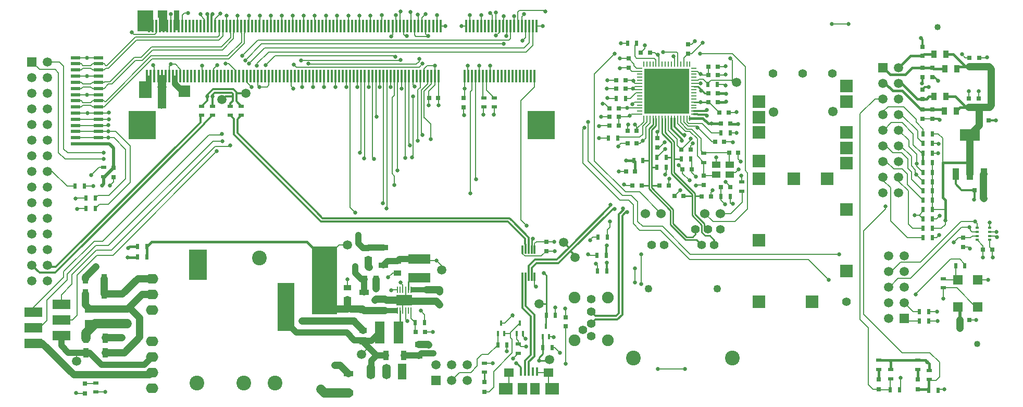
<source format=gtl>
G04 Layer_Physical_Order=1*
G04 Layer_Color=255*
%FSAX25Y25*%
%MOIN*%
G70*
G01*
G75*
%ADD10R,0.03543X0.05118*%
%ADD11R,0.05118X0.03543*%
%ADD12R,0.03150X0.03150*%
%ADD13R,0.03150X0.03150*%
%ADD14R,0.03543X0.06299*%
%ADD15R,0.06299X0.03543*%
%ADD16R,0.06496X0.02362*%
%ADD17R,0.11811X0.05906*%
%ADD18R,0.01575X0.05512*%
%ADD19R,0.09055X0.07480*%
%ADD20R,0.06299X0.05512*%
%ADD21R,0.06102X0.07480*%
%ADD22C,0.04000*%
%ADD23R,0.05906X0.14173*%
%ADD24R,0.14173X0.05906*%
%ADD25R,0.13386X0.04724*%
%ADD26R,0.05906X0.05906*%
%ADD27R,0.01575X0.03347*%
%ADD28R,0.02362X0.03543*%
%ADD29R,0.03543X0.02362*%
%ADD30C,0.05906*%
%ADD31R,0.03937X0.07284*%
%ADD32R,0.12598X0.07284*%
%ADD33R,0.01181X0.05315*%
%ADD34R,0.01969X0.01378*%
%ADD35R,0.05512X0.04331*%
%ADD36R,0.28740X0.28740*%
%ADD37R,0.00984X0.03740*%
%ADD38R,0.03740X0.00984*%
%ADD39R,0.00984X0.03937*%
%ADD40R,0.09843X0.06693*%
%ADD41R,0.17716X0.18110*%
%ADD42R,0.01378X0.07874*%
%ADD43C,0.01299*%
%ADD44C,0.01268*%
%ADD45C,0.00800*%
%ADD46C,0.01575*%
%ADD47C,0.04724*%
%ADD48C,0.03937*%
%ADD49C,0.00984*%
%ADD50C,0.00799*%
%ADD51C,0.01000*%
%ADD52C,0.05906*%
%ADD53C,0.00988*%
%ADD54C,0.01181*%
%ADD55C,0.01969*%
%ADD56R,0.08250X0.03750*%
%ADD57R,0.06750X0.03750*%
%ADD58R,0.03500X0.04250*%
%ADD59R,0.03500X0.05250*%
%ADD60R,0.10500X0.30500*%
%ADD61R,0.16000X0.43250*%
%ADD62R,0.08250X0.11000*%
%ADD63R,0.10000X0.13750*%
%ADD64R,0.05750X0.21500*%
%ADD65R,0.05500X0.13500*%
%ADD66R,0.03250X0.04750*%
%ADD67R,0.07750X0.07250*%
%ADD68R,0.03250X0.13000*%
%ADD69R,0.11750X0.19250*%
%ADD70C,0.05512*%
%ADD71R,0.07874X0.07874*%
%ADD72C,0.06102*%
%ADD73C,0.07480*%
%ADD74R,0.05906X0.05906*%
%ADD75R,0.05512X0.09843*%
%ADD76O,0.05512X0.09843*%
%ADD77C,0.04921*%
%ADD78C,0.09449*%
%ADD79C,0.05543*%
%ADD80C,0.06024*%
%ADD81O,0.07874X0.06299*%
%ADD82C,0.02500*%
%ADD83C,0.01969*%
D10*
X0806008Y0186295D02*
D03*
X0813488D02*
D03*
X1177988Y0303045D02*
D03*
X1170508D02*
D03*
X1177988Y0330045D02*
D03*
X1170508D02*
D03*
X1184738Y0293795D02*
D03*
X1177258D02*
D03*
X1184988Y0320795D02*
D03*
X1177508D02*
D03*
D11*
X0805248Y0146055D02*
D03*
Y0153535D02*
D03*
X0840748Y0137055D02*
D03*
Y0144535D02*
D03*
X0827248Y0197785D02*
D03*
Y0190305D02*
D03*
X0845748Y0179535D02*
D03*
Y0172055D02*
D03*
X0819248Y0166055D02*
D03*
Y0173535D02*
D03*
X0808498Y0206285D02*
D03*
Y0198805D02*
D03*
X0795248Y0166785D02*
D03*
Y0159305D02*
D03*
Y0173305D02*
D03*
Y0180785D02*
D03*
D12*
X0838795Y0152545D02*
D03*
X0844701D02*
D03*
X0853201Y0302045D02*
D03*
X0847295D02*
D03*
X1202201Y0243295D02*
D03*
X1196295D02*
D03*
X1199545Y0287795D02*
D03*
X1205451D02*
D03*
X1187045Y0160295D02*
D03*
X1192951D02*
D03*
X1004295Y0239545D02*
D03*
X1010201D02*
D03*
X1027701Y0239295D02*
D03*
X1021795D02*
D03*
X0977545Y0246295D02*
D03*
X0983451D02*
D03*
X1000701D02*
D03*
X0994795D02*
D03*
X1039951Y0245045D02*
D03*
X1034045D02*
D03*
X1015451Y0256545D02*
D03*
X1009545D02*
D03*
X0979201Y0255295D02*
D03*
X0973295D02*
D03*
X0988701Y0331295D02*
D03*
X0982795D02*
D03*
X0972951Y0308045D02*
D03*
X0967045D02*
D03*
X0968701Y0295545D02*
D03*
X0962795D02*
D03*
X0980201Y0281045D02*
D03*
X0974295D02*
D03*
X0980201Y0273045D02*
D03*
X0974295D02*
D03*
X1026045Y0305045D02*
D03*
X1031951D02*
D03*
X1033045Y0292795D02*
D03*
X1038951D02*
D03*
X1026045Y0299545D02*
D03*
X1031951D02*
D03*
X1008795Y0269045D02*
D03*
X1014701D02*
D03*
X1039295Y0267045D02*
D03*
X1045201D02*
D03*
X1030295Y0274045D02*
D03*
X1036201D02*
D03*
X0968701Y0290045D02*
D03*
X0962795D02*
D03*
X1026045Y0316795D02*
D03*
X1031951D02*
D03*
X0972951Y0313545D02*
D03*
X0967045D02*
D03*
X1026045Y0322295D02*
D03*
X1031951D02*
D03*
X1207701Y0205045D02*
D03*
X1201795D02*
D03*
X1034045Y0285795D02*
D03*
X1039951D02*
D03*
X0968701Y0284545D02*
D03*
X0962795D02*
D03*
D13*
X0869498Y0302248D02*
D03*
Y0296342D02*
D03*
X0645498Y0251592D02*
D03*
Y0257498D02*
D03*
X0974998Y0327498D02*
D03*
Y0321592D02*
D03*
X1012998Y0330592D02*
D03*
Y0336498D02*
D03*
X0993498Y0276498D02*
D03*
Y0270592D02*
D03*
X1023248Y0252498D02*
D03*
Y0246592D02*
D03*
X0922498Y0204343D02*
D03*
Y0210248D02*
D03*
X0934748Y0156093D02*
D03*
Y0161998D02*
D03*
X1189248Y0212748D02*
D03*
Y0206842D02*
D03*
X1162998Y0301640D02*
D03*
Y0307545D02*
D03*
Y0329093D02*
D03*
Y0334998D02*
D03*
X1169498Y0294748D02*
D03*
Y0288843D02*
D03*
X1192748Y0296093D02*
D03*
Y0301998D02*
D03*
X1169498Y0321498D02*
D03*
Y0315593D02*
D03*
X1193248Y0322093D02*
D03*
Y0327998D02*
D03*
X1162998Y0294748D02*
D03*
Y0288843D02*
D03*
X1198998Y0296093D02*
D03*
Y0301998D02*
D03*
X1162998Y0321498D02*
D03*
Y0315593D02*
D03*
X1199498Y0322093D02*
D03*
Y0327998D02*
D03*
X0627248Y0113295D02*
D03*
Y0119595D02*
D03*
X0882748Y0114146D02*
D03*
Y0120445D02*
D03*
X1135248Y0115896D02*
D03*
Y0122195D02*
D03*
X1159998Y0115896D02*
D03*
Y0122195D02*
D03*
D14*
X0627896Y0139295D02*
D03*
X0640100D02*
D03*
X0627896Y0148545D02*
D03*
X0640100D02*
D03*
X0627396Y0176795D02*
D03*
X0639600D02*
D03*
X0627396Y0186545D02*
D03*
X0639600D02*
D03*
X0819789Y0137545D02*
D03*
X0831207D02*
D03*
D15*
X0795748Y0113693D02*
D03*
Y0125898D02*
D03*
X0805748Y0177754D02*
D03*
Y0166337D02*
D03*
X0818248Y0206504D02*
D03*
Y0195087D02*
D03*
D16*
X0635663Y0327980D02*
D03*
Y0324043D02*
D03*
Y0320106D02*
D03*
Y0316169D02*
D03*
Y0304358D02*
D03*
Y0300421D02*
D03*
Y0296484D02*
D03*
Y0292547D02*
D03*
Y0288610D02*
D03*
Y0284673D02*
D03*
Y0280736D02*
D03*
Y0276799D02*
D03*
Y0272862D02*
D03*
X0620998D02*
D03*
Y0276799D02*
D03*
Y0280736D02*
D03*
Y0284673D02*
D03*
Y0288610D02*
D03*
Y0292547D02*
D03*
Y0304358D02*
D03*
Y0316169D02*
D03*
Y0327980D02*
D03*
X0635663Y0312232D02*
D03*
Y0308295D02*
D03*
X0620998Y0300421D02*
D03*
Y0296484D02*
D03*
Y0312232D02*
D03*
Y0308295D02*
D03*
Y0324043D02*
D03*
Y0320106D02*
D03*
D17*
X0611998Y0160295D02*
D03*
Y0170295D02*
D03*
X0594281Y0145295D02*
D03*
Y0155295D02*
D03*
Y0165295D02*
D03*
X0611998Y0150295D02*
D03*
D18*
X0911213Y0127266D02*
D03*
X0906094D02*
D03*
X0913772D02*
D03*
X0916331D02*
D03*
X0908654D02*
D03*
D19*
X0925976Y0116045D02*
D03*
X0896449D02*
D03*
D20*
X0898614Y0126380D02*
D03*
X0923811D02*
D03*
D21*
X0907177Y0116045D02*
D03*
X0915248D02*
D03*
D22*
X1172748Y0347545D02*
D03*
X1198248Y0144795D02*
D03*
D23*
X0827752Y0152045D02*
D03*
X0815744D02*
D03*
D24*
X0840998Y0187041D02*
D03*
Y0199049D02*
D03*
D25*
X0633748Y0157821D02*
D03*
Y0167270D02*
D03*
D26*
X1198547Y0168634D02*
D03*
X1185949D02*
D03*
Y0185957D02*
D03*
X1198547D02*
D03*
X0851748Y0121545D02*
D03*
D27*
X0893498Y0158142D02*
D03*
X0895467Y0151449D02*
D03*
X0891529D02*
D03*
X0905498Y0158142D02*
D03*
X0907467Y0151449D02*
D03*
X0903529D02*
D03*
X0922248Y0156142D02*
D03*
X0924216Y0149449D02*
D03*
X0920280D02*
D03*
D28*
X0838545Y0158545D02*
D03*
X0844451D02*
D03*
X0897201Y0144295D02*
D03*
X0891295D02*
D03*
X0633653Y0231545D02*
D03*
X0627748D02*
D03*
X0633701Y0238045D02*
D03*
X0627795D02*
D03*
X1190201Y0194795D02*
D03*
X1184295D02*
D03*
X0620795Y0245795D02*
D03*
X0626701D02*
D03*
X1166951Y0159545D02*
D03*
X1161045D02*
D03*
X1166951Y0165545D02*
D03*
X1161045D02*
D03*
X0666653Y0207045D02*
D03*
X0660748D02*
D03*
X0660795Y0200545D02*
D03*
X0666701D02*
D03*
X0960951Y0191545D02*
D03*
X0955045D02*
D03*
X0960701Y0201545D02*
D03*
X0954795D02*
D03*
X0993045Y0264045D02*
D03*
X0998951D02*
D03*
X1014701Y0263045D02*
D03*
X1008795D02*
D03*
X0978295Y0262295D02*
D03*
X0984201D02*
D03*
X0998951Y0257795D02*
D03*
X0993045D02*
D03*
X1039951Y0239295D02*
D03*
X1034045D02*
D03*
X0972998Y0301795D02*
D03*
X0967093D02*
D03*
X0955545Y0213045D02*
D03*
X0961451D02*
D03*
X0962045Y0276545D02*
D03*
X0967951D02*
D03*
X0980201Y0337045D02*
D03*
X0974295D02*
D03*
X1039951Y0279795D02*
D03*
X1034045D02*
D03*
X1025795Y0310795D02*
D03*
X1031701D02*
D03*
X0928201Y0163045D02*
D03*
X0922295D02*
D03*
X0925951Y0142545D02*
D03*
X0920045D02*
D03*
X1163545Y0260795D02*
D03*
X1169451D02*
D03*
X1163545Y0230795D02*
D03*
X1169451D02*
D03*
X1142545Y0115545D02*
D03*
X1148451D02*
D03*
X1163545Y0266795D02*
D03*
X1169451D02*
D03*
X1167045Y0115295D02*
D03*
X1172951D02*
D03*
X1163545Y0224795D02*
D03*
X1169451D02*
D03*
X1163545Y0279295D02*
D03*
X1169451D02*
D03*
X1169451Y0212795D02*
D03*
X1163545D02*
D03*
X1163545Y0218795D02*
D03*
X1169451D02*
D03*
X1169451Y0273045D02*
D03*
X1163545D02*
D03*
X1163545Y0236795D02*
D03*
X1169451D02*
D03*
X1163545Y0242795D02*
D03*
X1169451D02*
D03*
X1163545Y0254651D02*
D03*
X1169451D02*
D03*
X1163545Y0248545D02*
D03*
X1169451D02*
D03*
D29*
X0882392Y0296449D02*
D03*
Y0302354D02*
D03*
X0889179Y0296449D02*
D03*
Y0302354D02*
D03*
X0634248Y0119998D02*
D03*
Y0114093D02*
D03*
X0882748Y0126795D02*
D03*
Y0132701D02*
D03*
X0904498Y0144748D02*
D03*
Y0138842D02*
D03*
X0639248Y0257748D02*
D03*
Y0251842D02*
D03*
X0708748Y0291092D02*
D03*
Y0296998D02*
D03*
X0701748Y0291092D02*
D03*
Y0296998D02*
D03*
X0720248D02*
D03*
Y0291092D02*
D03*
X0727248Y0296998D02*
D03*
Y0291092D02*
D03*
X1176498Y0180795D02*
D03*
Y0186701D02*
D03*
X1047498Y0248498D02*
D03*
Y0242593D02*
D03*
X1023248Y0260842D02*
D03*
Y0266748D02*
D03*
X1135248Y0134498D02*
D03*
Y0128593D02*
D03*
X1159998Y0134498D02*
D03*
Y0128593D02*
D03*
X1142748Y0122592D02*
D03*
Y0128498D02*
D03*
X1167498Y0122092D02*
D03*
Y0127998D02*
D03*
D30*
X0803998Y0138045D02*
D03*
X0855498Y0192045D02*
D03*
X0621748Y0133795D02*
D03*
X0714748Y0301045D02*
D03*
X0729998Y0305045D02*
D03*
X0795248Y0208295D02*
D03*
X0933498Y0209795D02*
D03*
X0940748Y0200045D02*
D03*
X1044248Y0312045D02*
D03*
X0924498Y0134795D02*
D03*
X0917748Y0170545D02*
D03*
X0851748Y0131545D02*
D03*
X0861748Y0121545D02*
D03*
Y0131545D02*
D03*
X0871748Y0121545D02*
D03*
Y0131545D02*
D03*
X0603248Y0185295D02*
D03*
X0593248D02*
D03*
X0603248Y0205295D02*
D03*
X0593248D02*
D03*
X0603248Y0215295D02*
D03*
X0593248D02*
D03*
X0603248Y0225295D02*
D03*
X0593248D02*
D03*
X0603248Y0235295D02*
D03*
X0593248D02*
D03*
X0603248Y0245295D02*
D03*
X0593248D02*
D03*
X0603248Y0255295D02*
D03*
X0593248D02*
D03*
X0603248Y0265295D02*
D03*
X0593248D02*
D03*
X0603248Y0275295D02*
D03*
X0593248D02*
D03*
X0603248Y0285295D02*
D03*
X0593248D02*
D03*
X0603248Y0295295D02*
D03*
X0593248D02*
D03*
X0603248Y0305295D02*
D03*
X0593248D02*
D03*
X0603248Y0315295D02*
D03*
X0593248D02*
D03*
X0603248Y0325295D02*
D03*
X0593248Y0195295D02*
D03*
X0603248D02*
D03*
X1141498Y0201295D02*
D03*
Y0191295D02*
D03*
Y0181295D02*
D03*
Y0171295D02*
D03*
Y0161295D02*
D03*
X1151498Y0201295D02*
D03*
Y0191295D02*
D03*
Y0181295D02*
D03*
Y0171295D02*
D03*
X1147890Y0241673D02*
D03*
X1137890D02*
D03*
X1147890Y0251673D02*
D03*
X1137890D02*
D03*
X1147890Y0261673D02*
D03*
X1137890D02*
D03*
X1147890Y0271673D02*
D03*
X1137890D02*
D03*
X1147890Y0281673D02*
D03*
X1137890D02*
D03*
X1147890Y0291673D02*
D03*
X1137890D02*
D03*
X1147890Y0301673D02*
D03*
X1137890D02*
D03*
X1147890Y0311673D02*
D03*
X1137890D02*
D03*
X1147890Y0321673D02*
D03*
D31*
X1184443Y0253545D02*
D03*
X1193498D02*
D03*
X1202553D02*
D03*
D32*
X1193498Y0278545D02*
D03*
D33*
X0909029Y0187785D02*
D03*
X0910998D02*
D03*
X0912967D02*
D03*
X0914935D02*
D03*
X0907061Y0205305D02*
D03*
X0912967D02*
D03*
X0914935D02*
D03*
X0910998D02*
D03*
X0909029D02*
D03*
X0907061Y0187785D02*
D03*
D34*
X1206033Y0214016D02*
D03*
Y0216575D02*
D03*
Y0219134D02*
D03*
X1197963D02*
D03*
Y0216575D02*
D03*
Y0214016D02*
D03*
Y0211457D02*
D03*
X1206033D02*
D03*
D35*
X1031167Y0253146D02*
D03*
X1039829Y0259445D02*
D03*
Y0253146D02*
D03*
X1031167Y0259445D02*
D03*
D36*
X0999498Y0306545D02*
D03*
D37*
X1014262Y0289321D02*
D03*
X1012293D02*
D03*
X1010325D02*
D03*
X1008356D02*
D03*
X1006388D02*
D03*
X1004419D02*
D03*
X1002451D02*
D03*
X1000482D02*
D03*
X0998514D02*
D03*
X0996545D02*
D03*
X0994577D02*
D03*
X0992608D02*
D03*
X0990640D02*
D03*
X0988671D02*
D03*
X0986703D02*
D03*
X0984734D02*
D03*
Y0323770D02*
D03*
X0986703D02*
D03*
X0988671D02*
D03*
X0990640D02*
D03*
X0992608D02*
D03*
X0994577D02*
D03*
X0996545D02*
D03*
X0998514D02*
D03*
X1000482D02*
D03*
X1002451D02*
D03*
X1004419D02*
D03*
X1006388D02*
D03*
X1008356D02*
D03*
X1010325D02*
D03*
X1012293D02*
D03*
X1014262D02*
D03*
D38*
X0982274Y0291781D02*
D03*
Y0293750D02*
D03*
Y0295719D02*
D03*
Y0297687D02*
D03*
Y0299656D02*
D03*
Y0301624D02*
D03*
Y0303592D02*
D03*
Y0305561D02*
D03*
Y0307529D02*
D03*
Y0309498D02*
D03*
Y0311467D02*
D03*
Y0313435D02*
D03*
Y0315404D02*
D03*
Y0317372D02*
D03*
Y0319340D02*
D03*
Y0321309D02*
D03*
X1016722D02*
D03*
Y0319340D02*
D03*
Y0317372D02*
D03*
Y0315404D02*
D03*
Y0313435D02*
D03*
Y0311467D02*
D03*
Y0309498D02*
D03*
Y0307529D02*
D03*
Y0305561D02*
D03*
Y0303592D02*
D03*
Y0301624D02*
D03*
Y0299656D02*
D03*
Y0297687D02*
D03*
Y0295719D02*
D03*
Y0293750D02*
D03*
Y0291781D02*
D03*
D39*
X0835927Y0179488D02*
D03*
X0834155D02*
D03*
X0832384D02*
D03*
X0830612D02*
D03*
X0827069D02*
D03*
Y0166102D02*
D03*
X0828841Y0179488D02*
D03*
Y0166102D02*
D03*
X0830612D02*
D03*
X0832384D02*
D03*
X0834155D02*
D03*
X0835927D02*
D03*
D40*
X0831498Y0172795D02*
D03*
D41*
X0919250Y0284943D02*
D03*
X0663738D02*
D03*
D42*
X0916100Y0348329D02*
D03*
X0913738D02*
D03*
X0911376D02*
D03*
X0909014D02*
D03*
X0906651D02*
D03*
X0904289D02*
D03*
X0901927D02*
D03*
X0899565D02*
D03*
X0897203D02*
D03*
X0894841D02*
D03*
X0892478D02*
D03*
X0890116D02*
D03*
X0887754D02*
D03*
X0885392D02*
D03*
X0883029D02*
D03*
X0880667D02*
D03*
X0878305D02*
D03*
X0875943D02*
D03*
X0873581D02*
D03*
X0871218D02*
D03*
X0914919Y0316045D02*
D03*
X0912557D02*
D03*
X0910195D02*
D03*
X0907833D02*
D03*
X0905470D02*
D03*
X0903108D02*
D03*
X0900746D02*
D03*
X0898384D02*
D03*
X0896022D02*
D03*
X0893659D02*
D03*
X0891297D02*
D03*
X0888935D02*
D03*
X0886573D02*
D03*
X0884211D02*
D03*
X0881848D02*
D03*
X0879486D02*
D03*
X0877124D02*
D03*
X0874762D02*
D03*
X0872400D02*
D03*
X0870037D02*
D03*
X0854683Y0348329D02*
D03*
X0852321D02*
D03*
X0849959D02*
D03*
X0847596D02*
D03*
X0845234D02*
D03*
X0842872D02*
D03*
X0840510D02*
D03*
X0838148D02*
D03*
X0835785D02*
D03*
X0833423D02*
D03*
X0831061D02*
D03*
X0828699D02*
D03*
X0826337D02*
D03*
X0823974D02*
D03*
X0821612D02*
D03*
X0819250D02*
D03*
X0816888D02*
D03*
X0814526D02*
D03*
X0812163D02*
D03*
X0809801D02*
D03*
X0807439D02*
D03*
X0805077D02*
D03*
X0802715D02*
D03*
X0800352D02*
D03*
X0797990D02*
D03*
X0795628D02*
D03*
X0793266D02*
D03*
X0790904D02*
D03*
X0788541D02*
D03*
X0786179D02*
D03*
X0783817D02*
D03*
X0781455D02*
D03*
X0779093D02*
D03*
X0776730D02*
D03*
X0774368D02*
D03*
X0772006D02*
D03*
X0769644D02*
D03*
X0767281D02*
D03*
X0764919D02*
D03*
X0762557D02*
D03*
X0760195D02*
D03*
X0757833D02*
D03*
X0755470D02*
D03*
X0753108D02*
D03*
X0750746D02*
D03*
X0748384D02*
D03*
X0746022D02*
D03*
X0743659D02*
D03*
X0741297D02*
D03*
X0738935D02*
D03*
X0736573D02*
D03*
X0734211D02*
D03*
X0731848D02*
D03*
X0724762D02*
D03*
X0722400D02*
D03*
X0720037D02*
D03*
X0717675D02*
D03*
X0710589D02*
D03*
X0703502D02*
D03*
X0701140D02*
D03*
X0698777D02*
D03*
X0696415D02*
D03*
X0694053D02*
D03*
X0691691D02*
D03*
X0689329D02*
D03*
X0686967D02*
D03*
X0684604D02*
D03*
X0682242D02*
D03*
X0679880D02*
D03*
X0677518D02*
D03*
X0675155D02*
D03*
X0672793D02*
D03*
X0670431D02*
D03*
X0668069D02*
D03*
X0853502Y0316045D02*
D03*
X0851140D02*
D03*
X0848777D02*
D03*
X0846415D02*
D03*
X0844053D02*
D03*
X0841691D02*
D03*
X0839329D02*
D03*
X0836967D02*
D03*
X0834604D02*
D03*
X0832242D02*
D03*
X0829880D02*
D03*
X0827518D02*
D03*
X0825156D02*
D03*
X0822793D02*
D03*
X0820431D02*
D03*
X0818069D02*
D03*
X0815707D02*
D03*
X0813344D02*
D03*
X0810982D02*
D03*
X0808620D02*
D03*
X0806258D02*
D03*
X0803896D02*
D03*
X0801533D02*
D03*
X0799171D02*
D03*
X0796809D02*
D03*
X0794447D02*
D03*
X0792085D02*
D03*
X0789722D02*
D03*
X0787360D02*
D03*
X0784998D02*
D03*
X0782636D02*
D03*
X0780274D02*
D03*
X0777911D02*
D03*
X0775549D02*
D03*
X0773187D02*
D03*
X0770825D02*
D03*
X0768463D02*
D03*
X0766100D02*
D03*
X0763738D02*
D03*
X0761376D02*
D03*
X0759014D02*
D03*
X0756652D02*
D03*
X0754289D02*
D03*
X0751927D02*
D03*
X0749565D02*
D03*
X0747203D02*
D03*
X0744840D02*
D03*
X0742478D02*
D03*
X0740116D02*
D03*
X0737754D02*
D03*
X0735392D02*
D03*
X0733030D02*
D03*
X0730667D02*
D03*
X0728305D02*
D03*
X0725943D02*
D03*
X0723581D02*
D03*
X0721218D02*
D03*
X0718856D02*
D03*
X0716494D02*
D03*
X0714132D02*
D03*
X0711770D02*
D03*
X0709407D02*
D03*
X0707045D02*
D03*
X0704683D02*
D03*
X0702321D02*
D03*
X0699959D02*
D03*
X0697596D02*
D03*
X0695234D02*
D03*
X0692872D02*
D03*
X0690510D02*
D03*
X0688148D02*
D03*
X0685785D02*
D03*
X0683423D02*
D03*
X0681061D02*
D03*
X0678699D02*
D03*
X0676337D02*
D03*
X0673974D02*
D03*
X0671612D02*
D03*
X0669250D02*
D03*
X0666888D02*
D03*
X0729486Y0348329D02*
D03*
X0727124D02*
D03*
X0715313D02*
D03*
X0712951D02*
D03*
X0708226D02*
D03*
X0705864D02*
D03*
D43*
X0970998Y0163635D02*
Y0174262D01*
X0967944Y0160581D02*
X0970998Y0163635D01*
X0908654Y0134180D02*
X0912383Y0137910D01*
Y0162680D01*
X0908654Y0127266D02*
Y0134180D01*
X0907061Y0168003D02*
Y0187785D01*
Y0168003D02*
X0912383Y0162680D01*
X0708445Y0355795D02*
X0708795D01*
X0708226Y0348329D02*
Y0352915D01*
X0708195Y0352947D02*
Y0355545D01*
Y0352947D02*
X0708226Y0352915D01*
X0708195Y0355545D02*
X0708445Y0355795D01*
X0708748Y0296998D02*
Y0302998D01*
X0720248Y0296998D02*
Y0298829D01*
X0708748Y0302998D02*
X0708795Y0303045D01*
Y0304343D02*
X0709998Y0305545D01*
X0708795Y0303045D02*
Y0304343D01*
X0709998Y0305545D02*
X0720998D01*
X0721748Y0304795D01*
X0701748Y0296998D02*
X0705295Y0300545D01*
Y0303045D01*
Y0304094D01*
Y0355795D02*
X0705646D01*
X0705295Y0304094D02*
X0708372Y0307171D01*
X0705646Y0355795D02*
X0705896Y0355545D01*
X0721950Y0307844D02*
X0724047Y0305748D01*
X0705864Y0348329D02*
Y0352915D01*
X0705896Y0352947D01*
Y0355545D01*
X0708372Y0307171D02*
X0708372D01*
X0709046Y0307844D01*
X0721950D01*
X0724297Y0305045D02*
X0729998D01*
X0724047Y0304795D02*
X0724297Y0305045D01*
X0724047Y0304795D02*
Y0305748D01*
X0716998Y0303295D02*
X0721748D01*
X0714748Y0301045D02*
X0716998Y0303295D01*
X0721748D02*
Y0304795D01*
X0720248Y0298829D02*
X0721748Y0300329D01*
Y0303295D01*
X0603248Y0195295D02*
X0604498Y0194045D01*
X0608498D01*
X0701098Y0286646D02*
Y0290443D01*
X0608498Y0194045D02*
X0701098Y0286646D01*
Y0290443D02*
X0701748Y0291092D01*
X0597998Y0190545D02*
X0608250D01*
X0593248Y0195295D02*
X0597998Y0190545D01*
X0703398Y0285693D02*
Y0285742D01*
X0608250Y0190545D02*
X0703398Y0285693D01*
Y0285742D02*
X0708748Y0291092D01*
X0724047Y0300199D02*
Y0304795D01*
Y0300199D02*
X0727248Y0296998D01*
X0723133Y0278181D02*
X0774518Y0226795D01*
X0722464Y0286295D02*
X0722480Y0286280D01*
X0720248Y0291092D02*
X0722464Y0288876D01*
X0908864Y0208777D02*
X0909029Y0208612D01*
X0908864Y0208777D02*
Y0212045D01*
X0909029Y0205305D02*
Y0208612D01*
X0774507Y0226784D02*
X0778246Y0223045D01*
X0897864D01*
X0779199Y0225344D02*
X0898773D01*
X0775460Y0229083D02*
X0779199Y0225344D01*
X1002451Y0282591D02*
Y0289321D01*
X1009198Y0274995D02*
Y0275844D01*
X1002451Y0282591D02*
X1009198Y0275844D01*
X1004419Y0283874D02*
X1010824Y0277470D01*
X1004419Y0283874D02*
Y0289321D01*
X0951039Y0157793D02*
X0953827Y0160581D01*
X0967944D01*
X1019242Y0291781D02*
X1019407Y0291616D01*
X1016722Y0291781D02*
X1019242D01*
X1019407Y0291616D02*
X1024640D01*
X1025248Y0291008D01*
X1010498Y0277795D02*
X1010824Y0277470D01*
X1010498Y0277795D02*
X1010748Y0278045D01*
Y0278394D01*
D44*
X0968730Y0164596D02*
Y0227735D01*
X0966998Y0162864D02*
X0968730Y0164596D01*
X0970998Y0174262D02*
Y0226795D01*
X0911213Y0133510D02*
X0914667Y0136964D01*
Y0163626D01*
X0911213Y0127266D02*
Y0133510D01*
X0909029Y0169264D02*
Y0187785D01*
Y0169264D02*
X0914667Y0163626D01*
X0722480Y0278856D02*
Y0286280D01*
Y0278856D02*
X0723133Y0278202D01*
X0722464Y0286295D02*
Y0288876D01*
X0723133Y0278181D02*
Y0278202D01*
X0897864Y0223045D02*
X0908864Y0212045D01*
X0898794Y0225344D02*
X0900410Y0223729D01*
X0898773Y0225344D02*
X0898794D01*
X0724748Y0279795D02*
Y0288593D01*
X0727248Y0291092D01*
X0724748Y0279795D02*
X0775460Y0229083D01*
X0910998Y0205305D02*
Y0208597D01*
X0911148Y0208746D01*
Y0212045D01*
X0900410Y0223707D02*
X0911132Y0212985D01*
X0900410Y0223707D02*
Y0223729D01*
X0911132Y0212061D02*
X0911148Y0212045D01*
X0911132Y0212061D02*
Y0212985D01*
X0910998Y0187785D02*
Y0194753D01*
X0915059Y0198813D01*
X0929248D01*
X0936739Y0206304D01*
Y0206554D01*
X0933498Y0209795D02*
X0936739Y0206554D01*
Y0206304D02*
X0963584Y0233149D01*
Y0233710D01*
X0912967Y0193514D02*
X0915998Y0196545D01*
X0912967Y0187785D02*
Y0193514D01*
X0915998Y0196545D02*
X0930188D01*
X0940748Y0200045D02*
Y0201485D01*
X0930188Y0196545D02*
X0937938Y0204295D01*
X0940748Y0201485D01*
X0937938Y0204295D02*
X0963968Y0230326D01*
X0964278D01*
X0965187Y0231235D01*
X0966059D01*
X0968730Y0227735D02*
X0971644Y0230649D01*
Y0231399D01*
X0970998Y0226795D02*
X0973248Y0229045D01*
X0951039Y0165667D02*
X0953842Y0162864D01*
X0966998D01*
X1016722Y0293750D02*
X1019226D01*
X1019376Y0293900D01*
X1024640D01*
X1025248Y0294508D01*
X0971498Y0231545D02*
X0971644Y0231399D01*
X0973248Y0229045D02*
X0974248D01*
D45*
X0970998Y0239795D02*
X0976748D01*
X0948998Y0261795D02*
X0970998Y0239795D01*
X0948998Y0261795D02*
Y0286795D01*
X0969498Y0236795D02*
X0974998D01*
X0945748Y0260545D02*
X0969498Y0236795D01*
X0945748Y0260545D02*
Y0282045D01*
X0946748Y0283045D01*
X0980748Y0223295D02*
Y0235795D01*
X0976748Y0239795D02*
X0980748Y0235795D01*
X0977998Y0221795D02*
Y0233795D01*
X0974998Y0236795D02*
X0977998Y0233795D01*
X0980748Y0223295D02*
X0983998Y0220045D01*
X0977998Y0221795D02*
X0982248Y0217545D01*
X0983998Y0220045D02*
X0996748D01*
X0982248Y0217545D02*
X0995498D01*
X0996748Y0220045D02*
X1014498Y0202295D01*
X0995498Y0217545D02*
X1014248Y0198795D01*
X1014498Y0202295D02*
X1109748D01*
X1014248Y0198795D02*
X1089998D01*
X1180998Y0199045D02*
X1186998D01*
X1158748Y0176795D02*
X1180998Y0199045D01*
X1184295Y0187610D02*
Y0194795D01*
Y0187610D02*
X1185949Y0185957D01*
X1190201Y0194795D02*
Y0195843D01*
X1186998Y0199045D02*
X1190201Y0195843D01*
X1177748Y0231045D02*
X1177998Y0230795D01*
X1169451D02*
X1177998D01*
X1163545Y0229795D02*
Y0230795D01*
X1161045Y0227295D02*
X1163545Y0229795D01*
X1159498Y0260295D02*
Y0266045D01*
X1154498Y0271045D02*
X1159498Y0266045D01*
X1154498Y0271045D02*
Y0275065D01*
X1155998Y0258795D02*
Y0264795D01*
X1149120Y0271673D02*
X1155998Y0264795D01*
X1147890Y0271673D02*
X1149120D01*
X1149998Y0286545D02*
X1157248Y0279295D01*
Y0272295D02*
Y0279295D01*
Y0272295D02*
X1162748Y0266795D01*
X1143248Y0286545D02*
X1149998D01*
X1147890Y0281673D02*
X1154498Y0275065D01*
X1158998Y0286795D02*
Y0288545D01*
X1150998Y0296545D02*
X1158998Y0288545D01*
X1140998Y0296545D02*
X1150998D01*
X1147890Y0291673D02*
X1149370D01*
X1159998Y0276592D02*
X1163545Y0273045D01*
X1159998Y0276592D02*
Y0281045D01*
X1149370Y0291673D02*
X1159998Y0281045D01*
X1163545Y0279295D02*
Y0282248D01*
X1158998Y0286795D02*
X1163545Y0282248D01*
X1137890Y0293437D02*
X1140998Y0296545D01*
X1137890Y0291673D02*
Y0293437D01*
X0959795Y0298545D02*
X0962795Y0295545D01*
X0958498Y0298545D02*
X0959795D01*
X1008748Y0269295D02*
X1014748Y0275295D01*
X1006248Y0271795D02*
X1008748Y0269295D01*
X1006248Y0271795D02*
Y0275795D01*
X1014748Y0275295D02*
Y0276295D01*
X1022748Y0314295D02*
X1025795Y0311248D01*
X1020248Y0314295D02*
X1022748D01*
X1019388Y0313435D02*
X1020248Y0314295D01*
X1040726Y0313567D02*
X1041498Y0312795D01*
X1025795Y0311593D02*
X1027770Y0313567D01*
X1040726D01*
X1041498Y0312795D02*
Y0326295D01*
Y0312795D02*
X1042498Y0313795D01*
X0985498Y0333998D02*
Y0335795D01*
X0982795Y0331295D02*
X0985498Y0333998D01*
X0899498Y0151449D02*
Y0152142D01*
Y0148795D02*
Y0151449D01*
X0900498Y0139045D02*
Y0147795D01*
X0888748Y0127295D02*
X0900498Y0139045D01*
X0888748Y0117045D02*
Y0127295D01*
X0873998Y0126545D02*
X0878248Y0130795D01*
X0866748Y0126545D02*
X0873998D01*
X0861748Y0121545D02*
X0866748Y0126545D01*
X0878248Y0135045D02*
X0881248Y0138045D01*
X0878248Y0130795D02*
Y0135045D01*
X0884211Y0307323D02*
X0889179Y0302354D01*
X0884211Y0307323D02*
Y0316045D01*
X0881848Y0302898D02*
Y0316045D01*
Y0302898D02*
X0882392Y0302354D01*
X0913738Y0335785D02*
Y0348329D01*
X0909498Y0331545D02*
X0913738Y0335785D01*
X0744748Y0331545D02*
X0909498D01*
X0737248Y0324045D02*
X0744748Y0331545D01*
X0740248Y0336795D02*
X0894998D01*
X0729748Y0326295D02*
X0740248Y0336795D01*
X0644998Y0201545D02*
X0711498Y0268045D01*
X0634748Y0201545D02*
X0644998D01*
X0621998Y0188795D02*
X0634748Y0201545D01*
X0643998Y0204795D02*
X0710498Y0271295D01*
X0634498Y0204795D02*
X0643998D01*
X0618748Y0189045D02*
X0634498Y0204795D01*
X0642248Y0207795D02*
X0708998Y0274545D01*
X0633998Y0207795D02*
X0642248D01*
X0615748Y0189545D02*
X0633998Y0207795D01*
X0638498Y0210545D02*
X0706498Y0278545D01*
X0632998Y0210545D02*
X0638498D01*
X0613498Y0191045D02*
X0632998Y0210545D01*
X0618748Y0183045D02*
Y0189045D01*
X0615748Y0185795D02*
Y0189545D01*
X0594281Y0165295D02*
Y0168329D01*
X0613498Y0187545D02*
Y0191045D01*
X0594281Y0168329D02*
X0613498Y0187545D01*
X0602748Y0172795D02*
X0615748Y0185795D01*
X0602748Y0159795D02*
Y0172795D01*
X0611998Y0176295D02*
X0618748Y0183045D01*
X0611998Y0170295D02*
Y0176295D01*
X0680998Y0322545D02*
X0682248Y0323795D01*
X0680998Y0316045D02*
Y0322545D01*
X0720319Y0340795D02*
Y0343711D01*
X0722119Y0340050D02*
Y0343711D01*
X0714319Y0334795D02*
X0720319Y0340795D01*
X0715064Y0332995D02*
X0722119Y0340050D01*
X0669702Y0334795D02*
X0714319D01*
X0670448Y0332995D02*
X0715064D01*
X0663002Y0328095D02*
X0669702Y0334795D01*
X0663748Y0326295D02*
X0670448Y0332995D01*
X0658798Y0328095D02*
X0663002D01*
X0659544Y0326295D02*
X0663748D01*
X0643225Y0312523D02*
X0658798Y0328095D01*
X0644294Y0311045D02*
X0659544Y0326295D01*
X0642061Y0312523D02*
X0643225D01*
X0642061Y0311045D02*
X0644294D01*
X0639602Y0312523D02*
X0642061D01*
X0639311Y0308295D02*
X0642061Y0311045D01*
X0729205Y0337207D02*
Y0343711D01*
X0727405Y0337952D02*
Y0343711D01*
X0719244Y0327245D02*
X0729205Y0337207D01*
X0718498Y0329045D02*
X0727405Y0337952D01*
X0670198Y0327245D02*
X0719244D01*
X0669452Y0329045D02*
X0718498D01*
X0641096Y0298143D02*
X0670198Y0327245D01*
X0640350Y0299943D02*
X0669452Y0329045D01*
X0712744Y0339245D02*
X0715313Y0341815D01*
X0711998Y0341045D02*
X0713248Y0342295D01*
X0660064Y0339245D02*
X0712744D01*
X0659318Y0341045D02*
X0711998D01*
X0641994Y0321175D02*
X0660064Y0339245D01*
X0641248Y0322975D02*
X0659318Y0341045D01*
X0640380Y0321175D02*
X0641994D01*
X0640380Y0322975D02*
X0641248D01*
X0715313Y0341815D02*
Y0348329D01*
X0639311Y0320106D02*
X0640380Y0321175D01*
X0713248Y0342295D02*
Y0343694D01*
X0639311Y0324043D02*
X0640380Y0322975D01*
X0851045Y0318372D02*
X0851140Y0316045D01*
X0870037Y0301795D02*
Y0316045D01*
X0832384Y0160659D02*
Y0166102D01*
Y0160659D02*
X0833498Y0159545D01*
X0830612Y0179488D02*
Y0182681D01*
X0840998Y0199049D02*
X0841752Y0198295D01*
X0851998D01*
X0844701Y0152545D02*
X0849748D01*
X0838545Y0152795D02*
X0838795Y0152545D01*
X0838545Y0152795D02*
Y0158545D01*
X0835927Y0161163D02*
X0838545Y0158545D01*
X0835927Y0161163D02*
Y0166102D01*
X0827752Y0152045D02*
X0828841Y0153134D01*
X0831498Y0172795D02*
X0832384Y0173681D01*
Y0179488D01*
X0830612Y0171909D02*
X0831498Y0172795D01*
X0830612Y0166102D02*
Y0171909D01*
X0831498Y0172795D02*
X0832238Y0172055D01*
X0899498Y0152142D02*
X0905498Y0158142D01*
X0882748Y0114146D02*
X0885848D01*
X0888748Y0117045D01*
X0899498Y0148795D02*
X0900498Y0147795D01*
X0895467Y0151449D02*
X0899498D01*
X0907467Y0149827D02*
X0909248Y0148045D01*
X0907467Y0149827D02*
Y0151449D01*
X0903529Y0147764D02*
Y0151449D01*
Y0147764D02*
X0904498Y0146795D01*
Y0144748D02*
Y0146795D01*
X0897201Y0140093D02*
Y0144295D01*
X0881248Y0138045D02*
X0885045D01*
X0891295Y0144295D01*
X0891529Y0144529D01*
Y0151449D01*
X0895844Y0158142D02*
X0900748Y0163045D01*
X0893498Y0158142D02*
X0895844D01*
X0887842Y0132701D02*
X0887998Y0132545D01*
X0882748Y0132701D02*
X0887842D01*
X0900748Y0163045D02*
X0901498Y0162295D01*
X0635663Y0276799D02*
X0642244D01*
X0642248Y0276795D01*
X0911376Y0337423D02*
Y0348329D01*
X0907998Y0334045D02*
X0911376Y0337423D01*
X0742248Y0334045D02*
X0907998D01*
X0732248Y0324045D02*
X0742248Y0334045D01*
X0635663Y0280736D02*
X0642189D01*
X0899565Y0340362D02*
Y0348329D01*
X0896748Y0341795D02*
X0897203Y0342250D01*
Y0348329D01*
X0635663Y0284673D02*
X0642126D01*
X0914935Y0205305D02*
Y0209232D01*
X0915951Y0210248D01*
X0922498D01*
X0927451D01*
X0927498Y0210295D01*
X0919201Y0201045D02*
X0922498Y0204343D01*
X0908627Y0201045D02*
X0919201D01*
X0907061Y0202611D02*
X0908627Y0201045D01*
X0907061Y0202611D02*
Y0205305D01*
X0922498Y0204343D02*
X0927701D01*
X0927748Y0204295D01*
X0925951Y0142545D02*
X0927748D01*
X0930998Y0139295D01*
X0924216Y0149449D02*
X0927094D01*
X0927248Y0149295D01*
X0621498Y0113295D02*
Y0113545D01*
Y0113295D02*
X0627248D01*
Y0119595D02*
X0633845D01*
X0634248Y0119998D01*
Y0114093D02*
X0639951D01*
X0639998Y0114045D01*
X0635663Y0292547D02*
X0642250D01*
X0611998Y0160295D02*
X0618998D01*
X0621998Y0163295D01*
X0727748Y0329045D02*
X0737815Y0339112D01*
X0826248Y0348417D02*
X0826337Y0348329D01*
X0594281Y0155295D02*
X0598248D01*
X0602748Y0159795D01*
X0621998Y0163295D02*
Y0188795D01*
X0826248Y0348417D02*
Y0355295D01*
X0828699Y0357246D02*
X0828998Y0357545D01*
X0828699Y0348329D02*
Y0357246D01*
X0840510Y0348329D02*
Y0355272D01*
X0828998Y0326295D02*
X0829248Y0326545D01*
X0840998Y0325545D02*
Y0327295D01*
X0839248Y0323795D02*
X0840998Y0325545D01*
Y0321795D02*
X0843248Y0324045D01*
X0737248Y0322795D02*
Y0324045D01*
X0762498Y0321795D02*
X0840998D01*
X0825248Y0329045D02*
X0825748Y0328545D01*
X0742748Y0323045D02*
X0748748Y0329045D01*
X0825248D01*
X0765498Y0326045D02*
X0765748Y0326295D01*
X0828998D01*
X0769998Y0324045D02*
X0770248Y0323795D01*
X0839248D01*
X0760748Y0323545D02*
X0762498Y0321795D01*
X0706498Y0278545D02*
X0714248D01*
X0714748Y0279045D01*
X0660295Y0200045D02*
X0660795Y0200545D01*
X0654748Y0206045D02*
X0655748Y0207045D01*
X0666653D02*
X0666701Y0206998D01*
X0819998Y0231545D02*
X0820431Y0231978D01*
X0817748Y0234795D02*
X0818069Y0235116D01*
Y0316045D01*
X0831998Y0315801D02*
X0832242Y0316045D01*
X0827248Y0255795D02*
Y0315776D01*
X0827518Y0316045D01*
X0825248Y0246545D02*
Y0252295D01*
X0823748Y0253795D02*
X0825248Y0252295D01*
X0823748Y0253795D02*
Y0302545D01*
X0825156Y0303953D01*
Y0316045D01*
X0877124Y0250419D02*
X0877498Y0250045D01*
X0877124Y0250419D02*
Y0316045D01*
X0603248Y0255295D02*
X0606248D01*
X0615748Y0245795D01*
X0620795D01*
X0626701D02*
X0632451D01*
X0635663Y0288610D02*
X0635728Y0288545D01*
X0642189Y0280736D02*
X0642248Y0280795D01*
X0642126Y0284673D02*
X0642248Y0284795D01*
X0635728Y0288545D02*
X0642498D01*
X0603248Y0325295D02*
X0610748D01*
X0613498Y0322545D01*
Y0269545D02*
Y0322545D01*
Y0269545D02*
X0615998Y0267045D01*
X0639248D01*
X0593248Y0325295D02*
X0597998Y0320545D01*
X0607998D01*
X0610248Y0318295D01*
Y0267295D02*
Y0318295D01*
Y0267295D02*
X0614498Y0263045D01*
X0639248D01*
X0719498Y0271295D02*
X0719998Y0271795D01*
X0710498Y0271295D02*
X0719498D01*
X0711498Y0268045D02*
Y0268295D01*
X0803896Y0267943D02*
Y0316045D01*
X0820431Y0231978D02*
Y0316045D01*
X0796809Y0232234D02*
Y0316045D01*
Y0232234D02*
X0800248Y0228795D01*
X0905951Y0143295D02*
X0909498D01*
X0904498Y0144748D02*
X0905951Y0143295D01*
X1016722Y0311467D02*
X1021169D01*
X1021248Y0311545D01*
X1016722Y0313435D02*
X1019388D01*
X1016722Y0319340D02*
X1018953D01*
X1021498Y0316795D02*
X1026045D01*
X1025795Y0310795D02*
Y0311248D01*
Y0311593D01*
X1031701Y0310795D02*
X1036498D01*
X1037248Y0310045D01*
X1031951Y0316795D02*
X1036748D01*
X1036998Y0317045D01*
X1026045Y0316795D02*
Y0322295D01*
X1031951D02*
X1036748D01*
X1036998Y0322545D01*
X1026045Y0299545D02*
X1026295D01*
X1033045Y0292795D01*
X1038951D02*
X1043998D01*
X1044248Y0293045D01*
X1010325Y0323770D02*
Y0327919D01*
X1012998Y0330592D01*
Y0336498D02*
X1015451D01*
X1017498Y0338545D01*
X0994577Y0323770D02*
Y0328467D01*
X0991748Y0331295D02*
X0994577Y0328467D01*
X0988701Y0331295D02*
X0991748D01*
X0992608Y0323770D02*
Y0326435D01*
X0991498Y0327545D02*
X0992608Y0326435D01*
X0980248Y0327545D02*
X0991498D01*
X0978998Y0328795D02*
X0980248Y0327545D01*
X0978998Y0328795D02*
Y0335842D01*
X0980201Y0337045D01*
X0969998D02*
X0974295D01*
X0979984Y0321309D02*
X0982274D01*
X0978498Y0322795D02*
X0979984Y0321309D01*
X0978498Y0322795D02*
Y0323998D01*
X0974998Y0327498D02*
X0978498Y0323998D01*
X0977250Y0319340D02*
X0982274D01*
X0974998Y0321592D02*
X0977250Y0319340D01*
X0969795Y0321592D02*
X0974998D01*
X0969498Y0321295D02*
X0969795Y0321592D01*
X0969545Y0327498D02*
X0974998D01*
X0969498Y0327545D02*
X0969545Y0327498D01*
X0979077Y0311467D02*
X0982274D01*
X0972951Y0313545D02*
X0976998D01*
X0961498D02*
X0967045D01*
X0961248Y0308045D02*
X0967045D01*
X0979201Y0309498D02*
X0982274D01*
X0977748Y0308045D02*
X0979201Y0309498D01*
X0978498Y0308045D02*
X0978998Y0307545D01*
X0982258D01*
X0982274Y0307529D01*
X0972951Y0308045D02*
X0977748D01*
X0978498D01*
X0979764Y0305561D02*
X0982274D01*
X0975998Y0301795D02*
X0979764Y0305561D01*
X0972998Y0301795D02*
X0975998D01*
X0961748D02*
X0967093D01*
X0961498Y0302045D02*
X0961748Y0301795D01*
X0978858Y0299656D02*
X0982274D01*
X0977498Y0298295D02*
X0978858Y0299656D01*
X0968874Y0295719D02*
X0982274D01*
X0968701Y0295545D02*
X0968874Y0295719D01*
X0976734Y0291781D02*
X0982274D01*
X0974998Y0290045D02*
X0976734Y0291781D01*
X0968701Y0290045D02*
X0974998D01*
X0957498D02*
X0962795D01*
X0968701Y0284545D02*
Y0290045D01*
X0956498Y0284545D02*
X0962795D01*
X0956248Y0284295D02*
X0956498Y0284545D01*
X0974295Y0281045D02*
Y0284842D01*
X0974748Y0285295D01*
X0980201Y0282498D02*
X0984734Y0287032D01*
Y0289321D01*
X0986703Y0286750D02*
Y0289321D01*
X0983998Y0284045D02*
X0986703Y0286750D01*
X0983998Y0278795D02*
Y0284045D01*
X0982248Y0277045D02*
X0983998Y0278795D01*
X0968451Y0277045D02*
X0982248D01*
X0967951Y0276545D02*
X0968451Y0277045D01*
X0956248Y0276545D02*
X0962045D01*
X0988671Y0286219D02*
Y0289321D01*
X0985998Y0283545D02*
X0988671Y0286219D01*
X0985998Y0276545D02*
Y0283545D01*
X0980201Y0273045D02*
X0982498D01*
X0970248D02*
X0974295D01*
X0968498Y0271295D02*
X0970248Y0273045D01*
X0979248Y0285295D02*
X0980201Y0284343D01*
Y0281045D02*
Y0282498D01*
Y0284343D01*
X0994577Y0281124D02*
Y0289321D01*
X0993498Y0276498D02*
Y0280545D01*
X0998951Y0253498D02*
Y0257795D01*
X0998498Y0253045D02*
X0998951Y0253498D01*
X0993498Y0270592D02*
X0994795D01*
X0997998Y0273795D01*
X0993045Y0264045D02*
Y0264092D01*
X0998498Y0269545D01*
X0972748Y0246295D02*
X0977545D01*
X0972248Y0246795D02*
X0972748Y0246295D01*
X1000701D02*
Y0249998D01*
X1001248Y0250545D01*
X1004295Y0239545D02*
X1004498D01*
X1007998Y0243045D01*
X1027701Y0239295D02*
Y0241998D01*
X1028748Y0243045D01*
X1015451Y0256545D02*
Y0262295D01*
X1014701Y0263045D02*
X1015451Y0262295D01*
X1000482Y0281561D02*
Y0289321D01*
Y0281561D02*
X1006248Y0275795D01*
X1006388Y0285906D02*
Y0289321D01*
X1018998Y0265092D02*
X1023248Y0260842D01*
X1008356Y0286437D02*
Y0289321D01*
Y0286437D02*
X1012498Y0282295D01*
X1015498D01*
X1023545Y0267045D02*
X1039295D01*
X1023248Y0266748D02*
X1023545Y0267045D01*
X1039295Y0259978D02*
Y0267045D01*
Y0259978D02*
X1039829Y0259445D01*
X1031167D02*
Y0263965D01*
X1031248Y0264045D01*
X1023248Y0252498D02*
Y0260842D01*
Y0252498D02*
X1030520D01*
X1031167Y0253146D01*
X1018795Y0246592D02*
X1023248D01*
X1018248Y0246045D02*
X1018795Y0246592D01*
X1045201Y0263092D02*
Y0267045D01*
Y0263092D02*
X1046748Y0261545D01*
X1021498Y0268498D02*
X1023248Y0266748D01*
X1021498Y0268498D02*
Y0276295D01*
X1015498Y0282295D02*
X1021498Y0276295D01*
X1010325Y0286968D02*
Y0289321D01*
Y0286968D02*
X1013248Y0284045D01*
X1036201Y0274045D02*
X1041498D01*
X1041748Y0273795D01*
X1012293Y0287000D02*
Y0289321D01*
Y0287000D02*
X1013498Y0285795D01*
X1021998D01*
X1027998Y0279795D01*
X1034045D01*
X1039951D02*
X1044248D01*
X0874762Y0307059D02*
Y0316045D01*
X0873748Y0241295D02*
Y0306045D01*
X0874762Y0307059D01*
X0905998Y0224295D02*
Y0300374D01*
Y0224295D02*
X0909748Y0220545D01*
X0905998Y0300374D02*
X0914919Y0309295D01*
Y0316045D01*
X0968748Y0255295D02*
X0973295D01*
X1009545Y0253998D02*
Y0256545D01*
Y0253998D02*
X1013998Y0249545D01*
X1015451Y0254592D02*
Y0256545D01*
Y0254592D02*
X1018248Y0251795D01*
X1006388Y0323770D02*
Y0330906D01*
X1005748Y0331545D02*
X1006388Y0330906D01*
X0997248Y0331545D02*
X1005748D01*
X0952248Y0213045D02*
X0955295D01*
X0950498Y0211295D02*
X0952248Y0213045D01*
X1004419Y0323770D02*
Y0328124D01*
X1003748Y0328795D02*
X1004419Y0328124D01*
X1028994Y0223045D02*
X1042998D01*
X1023744Y0228295D02*
X1028994Y0223045D01*
X1033744Y0228295D02*
X1040498D01*
X1047748Y0235545D01*
Y0242342D01*
X1047498Y0242593D02*
X1047748Y0242342D01*
X1047498Y0248498D02*
Y0252045D01*
X1046998Y0252545D02*
X1047498Y0252045D01*
X1042998Y0223045D02*
X1051248Y0231295D01*
Y0254295D01*
X1049748Y0255795D02*
X1051248Y0254295D01*
X0953248Y0317545D02*
X0966248Y0330545D01*
X1013248Y0284045D02*
X1018498D01*
X1028498Y0274045D02*
X1030295D01*
X1018498Y0284045D02*
X1028498Y0274045D01*
X0976998Y0313545D02*
X0979077Y0311467D01*
X1018953Y0319340D02*
X1021498Y0316795D01*
X0949748Y0201545D02*
X0954795D01*
X0949248Y0202045D02*
X0949748Y0201545D01*
X0961451Y0213045D02*
Y0217998D01*
X0642248Y0276795D02*
X0645748D01*
X0653248Y0269295D01*
Y0250545D02*
Y0269295D01*
X0642498Y0239795D02*
X0653248Y0250545D01*
X0635451Y0239795D02*
X0642498D01*
X0642248Y0280795D02*
X0646748D01*
X0655998Y0271545D01*
Y0248045D02*
Y0271545D01*
X0642248Y0234295D02*
X0655998Y0248045D01*
X0636404Y0234295D02*
X0642248D01*
X0633653Y0231545D02*
X0636404Y0234295D01*
X0633701Y0238045D02*
X0635451Y0239795D01*
X0621248Y0238045D02*
X0627795D01*
X0620998Y0237795D02*
X0621248Y0238045D01*
X0622248Y0231545D02*
X0627748D01*
X0621998Y0231295D02*
X0622248Y0231545D01*
X0635951Y0257748D02*
X0639248D01*
X0630998Y0252795D02*
X0635951Y0257748D01*
X0642250Y0292547D02*
X0642498Y0292795D01*
X0645498Y0248545D02*
Y0251592D01*
X0643248Y0246295D02*
X0645498Y0248545D01*
X1039951Y0245045D02*
Y0245592D01*
X1036998Y0248545D02*
X1039951Y0245592D01*
X1039829Y0253146D02*
X1041228Y0254545D01*
X1043498D01*
X1045498Y0256545D01*
X1034045Y0239295D02*
Y0245045D01*
X1034045Y0239295D02*
X1034045Y0239295D01*
X1034045Y0236748D02*
Y0239295D01*
Y0236748D02*
X1036748Y0234045D01*
X0882189Y0291746D02*
Y0296449D01*
X0888976Y0291746D02*
Y0296449D01*
X1169451Y0279295D02*
X1173248D01*
X1175998Y0276545D01*
Y0260795D02*
Y0276545D01*
X1162998Y0288843D02*
X1169498D01*
X1137890Y0281673D02*
X1138376D01*
X1143248Y0286545D01*
X1162748Y0266795D02*
X1163545D01*
Y0248545D02*
Y0248998D01*
X1137890Y0271673D02*
X1139620D01*
X1144248Y0267045D01*
X1137890Y0261673D02*
X1139870D01*
X1144748Y0256795D01*
X1150248D01*
X1153498Y0253545D01*
Y0246843D02*
X1163545Y0236795D01*
X1153498Y0246843D02*
Y0253545D01*
X1147890Y0248903D02*
Y0251673D01*
Y0248903D02*
X1153998Y0242795D01*
Y0221545D02*
Y0242795D01*
Y0221545D02*
X1156748Y0218795D01*
X1163545D01*
X1137890Y0249654D02*
Y0251673D01*
X1142748Y0223545D02*
X1153498Y0212795D01*
X1163545D01*
X1157998Y0227295D02*
X1161045D01*
X1163545Y0224795D01*
X1135598Y0115545D02*
X1142545D01*
X1135248Y0115896D02*
X1135598Y0115545D01*
X1131398Y0115896D02*
X1135248D01*
X1128498Y0118795D02*
X1131398Y0115896D01*
X1128498Y0118795D02*
Y0155045D01*
X1122998Y0160545D02*
X1128498Y0155045D01*
X1122998Y0160545D02*
Y0292045D01*
X1132626Y0301673D01*
X1137890D01*
Y0249654D02*
X1142748Y0244795D01*
Y0223545D02*
Y0244795D01*
X1125498Y0217045D02*
X1139498Y0231045D01*
X1169451Y0254651D02*
Y0260795D01*
Y0248545D02*
Y0254651D01*
Y0242795D02*
Y0248545D01*
Y0236795D02*
Y0242795D01*
Y0230795D02*
Y0236795D01*
Y0218795D02*
X1175248D01*
X1177748Y0221295D01*
X1142545Y0115545D02*
Y0122390D01*
X1142748Y0122592D01*
X1196748Y0223045D02*
X1197963Y0221831D01*
Y0219134D02*
Y0221831D01*
X1159248Y0253295D02*
X1163545Y0248998D01*
X1155998Y0250342D02*
X1163545Y0242795D01*
X1144248Y0267045D02*
X1149748D01*
X1153623Y0257170D02*
Y0263170D01*
Y0257170D02*
X1155998Y0254795D01*
Y0250342D02*
Y0254795D01*
X1149748Y0267045D02*
X1153623Y0263170D01*
X1158498Y0254045D02*
X1159248Y0253295D01*
X1158498Y0254045D02*
Y0256295D01*
X1155998Y0258795D02*
X1158498Y0256295D01*
X1159498Y0258699D02*
X1163545Y0254651D01*
X1159498Y0258699D02*
Y0260295D01*
X1193248Y0219545D02*
X1193748Y0219045D01*
Y0217545D02*
Y0219045D01*
Y0217545D02*
X1194718Y0216575D01*
X1197963D01*
X1206033Y0219134D02*
Y0222510D01*
X1205998Y0222545D02*
X1206033Y0222510D01*
Y0216575D02*
X1210468D01*
X1210498Y0216545D01*
X1206033Y0214016D02*
X1210028D01*
X1210748Y0213295D01*
X1206033Y0206713D02*
Y0211457D01*
Y0206713D02*
X1207701Y0205045D01*
Y0200592D02*
Y0205045D01*
X1201795D02*
Y0207624D01*
X1197963Y0211457D02*
X1201795Y0207624D01*
Y0200342D02*
Y0205045D01*
X1201748Y0200295D02*
X1201795Y0200342D01*
X1189248Y0206842D02*
X1192451D01*
X1193498Y0205795D01*
X1194969Y0214016D02*
X1197963D01*
X1193701Y0212748D02*
X1194969Y0214016D01*
X1189248Y0212748D02*
X1193701D01*
X1185949Y0168634D02*
X1187045Y0167537D01*
X1192951Y0160295D02*
X1197248D01*
X1197498Y0160045D01*
X1198547Y0185957D02*
X1204837D01*
X1204998Y0185795D01*
X1176498Y0180795D02*
X1184998D01*
X1197159Y0168634D01*
X1198547D01*
X1177242Y0185957D02*
X1185949D01*
X1176498Y0186701D02*
X1177242Y0185957D01*
X1153248Y0159545D02*
X1161045D01*
X1151498Y0161295D02*
X1153248Y0159545D01*
X1157248Y0165545D02*
X1161045D01*
X1151498Y0171295D02*
X1157248Y0165545D01*
X1166951D02*
X1172498D01*
X1166951Y0159545D02*
X1172748D01*
X0810982Y0264311D02*
Y0316045D01*
Y0264311D02*
X0812248Y0263045D01*
X1173451Y0115795D02*
X1176998D01*
X1172951Y0115295D02*
X1173451Y0115795D01*
X0835785Y0348329D02*
Y0356758D01*
X0835498Y0357045D02*
X0835785Y0356758D01*
X0851140Y0310437D02*
Y0316045D01*
X0847045Y0297695D02*
Y0302398D01*
X0853295Y0297445D02*
Y0302148D01*
X0869498Y0291295D02*
Y0296342D01*
Y0291295D02*
X0869748Y0291045D01*
X0840248Y0355533D02*
Y0356272D01*
Y0355533D02*
X0840510Y0355272D01*
X1148998Y0116093D02*
Y0123295D01*
X1148451Y0115545D02*
X1148998Y0116093D01*
X0955045Y0191545D02*
Y0195498D01*
X0954248Y0196295D02*
X0955045Y0195498D01*
X0979248Y0184545D02*
Y0193295D01*
X0978998Y0184295D02*
X0979248Y0184545D01*
X0993748Y0128795D02*
X1011248D01*
X1176498Y0173795D02*
Y0180795D01*
X0953248Y0261795D02*
Y0317545D01*
Y0261795D02*
X0972998Y0242045D01*
X0982002D01*
X0995752Y0228295D01*
X0983248Y0183295D02*
Y0202045D01*
X0846415Y0311213D02*
Y0316045D01*
X0962998Y0219545D02*
Y0223045D01*
X0961451Y0217998D02*
X0962998Y0219545D01*
X0847248Y0302045D02*
Y0306545D01*
X0851140Y0310437D01*
X0853502Y0302045D02*
Y0316045D01*
X0842498Y0307295D02*
X0846415Y0311213D01*
X0841691Y0308988D02*
Y0316045D01*
X0848498Y0275795D02*
Y0285545D01*
X0844498Y0289545D02*
X0848498Y0285545D01*
X0844248Y0289545D02*
X0844498D01*
X0842498Y0279295D02*
Y0307295D01*
Y0279295D02*
X0843248Y0278545D01*
X0840248Y0307545D02*
X0841691Y0308988D01*
X1141498Y0191295D02*
X1143248D01*
X1148998Y0197045D01*
X1141498Y0181295D02*
X1141998D01*
X1147498Y0186795D01*
X1148998Y0197045D02*
X1161748D01*
X1187748Y0223045D01*
X1196748D01*
X1147498Y0186795D02*
X1155498D01*
X1188248Y0219545D01*
X1193248D01*
X0802998Y0267045D02*
X0803896Y0267943D01*
X0806258Y0264055D02*
Y0316045D01*
X0805748Y0263545D02*
X0806258Y0264055D01*
X1089998Y0198795D02*
X1102998Y0185795D01*
X1186201Y0212748D02*
X1189248D01*
X1183248Y0209795D02*
X1186201Y0212748D01*
X1177748Y0221295D02*
Y0223795D01*
X1125498Y0163795D02*
Y0217045D01*
X1150123Y0139170D02*
X1167873D01*
X1173998Y0133045D01*
Y0123795D02*
Y0133045D01*
X1171842Y0121640D02*
X1173998Y0123795D01*
X1125498Y0163795D02*
X1150123Y0139170D01*
X1169451Y0273045D02*
X1173248D01*
X1173498Y0272795D01*
X1169451Y0212795D02*
X1171998D01*
X1173748Y0214545D01*
X0904248Y0348370D02*
Y0357295D01*
Y0348370D02*
X0904289Y0348329D01*
X0906651D02*
Y0354199D01*
X0908248Y0355795D01*
X0904248Y0357295D02*
X0905248Y0358295D01*
X0920998D01*
X0921748Y0357545D01*
X0890116Y0348329D02*
Y0356663D01*
X0890248Y0356795D01*
X1104998Y0349545D02*
X1115748D01*
X1169451Y0266795D02*
X1173248D01*
X0813344Y0290449D02*
Y0316045D01*
Y0290449D02*
X0813748Y0290045D01*
X1172248Y0224795D02*
X1174248Y0226795D01*
X1169451Y0224795D02*
X1172248D01*
X1042498Y0313795D02*
X1044248Y0312045D01*
X1020748Y0330545D02*
X1041498D01*
X1049748Y0322295D01*
Y0255795D02*
Y0322295D01*
X1040248Y0327545D02*
X1041498Y0326295D01*
X0890248Y0342045D02*
X0892478Y0344276D01*
Y0348329D01*
X0620998Y0276799D02*
X0635663D01*
X0620998Y0280736D02*
X0635663D01*
X0620998Y0284673D02*
X0635663D01*
X0620998Y0288610D02*
X0635663D01*
X0620998Y0292547D02*
X0635663D01*
X0620998Y0296484D02*
X0624646D01*
X0625714Y0297553D01*
X0630947D02*
X0632015Y0296484D01*
X0625714Y0297553D02*
X0630947D01*
X0635663Y0296484D02*
X0639311D01*
X0632015D02*
X0635663D01*
X0640970Y0298143D02*
X0641096D01*
X0639311Y0296484D02*
X0640970Y0298143D01*
X0729205Y0343711D02*
X0729486Y0343992D01*
Y0348329D01*
X0624646Y0300421D02*
X0625714Y0299353D01*
X0630947D01*
X0632015Y0300421D01*
X0620998D02*
X0624646D01*
X0635663D02*
X0639311D01*
X0632015D02*
X0635663D01*
X0639790Y0299943D02*
X0640350D01*
X0639311Y0300421D02*
X0639790Y0299943D01*
X0727124Y0343992D02*
Y0348329D01*
Y0343992D02*
X0727405Y0343711D01*
X0620998Y0308295D02*
X0624646D01*
X0625714Y0309364D01*
X0630947D02*
X0632015Y0308295D01*
X0625714Y0309364D02*
X0630947D01*
X0632015Y0308295D02*
X0635663D01*
X0639311D01*
X0722119Y0343711D02*
X0722400Y0343992D01*
Y0348329D01*
X0624646Y0312232D02*
X0625714Y0311164D01*
X0630947D01*
X0632015Y0312232D01*
X0620998D02*
X0624646D01*
X0632015D02*
X0635663D01*
X0639311D01*
X0639602Y0312523D01*
X0720037Y0343992D02*
Y0348329D01*
Y0343992D02*
X0720319Y0343711D01*
X0624646Y0320106D02*
X0625714Y0321175D01*
X0620998Y0320106D02*
X0624646D01*
X0625714Y0321175D02*
X0630947D01*
X0632015Y0320106D02*
X0635663D01*
X0630947Y0321175D02*
X0632015Y0320106D01*
X0635663D02*
X0639311D01*
X0624646Y0324043D02*
X0625714Y0322975D01*
X0630947D01*
X0632015Y0324043D01*
X0620998D02*
X0624646D01*
X0635663D02*
X0639311D01*
X0632015D02*
X0635663D01*
X0712951Y0343992D02*
Y0348329D01*
Y0343992D02*
X0713248Y0343694D01*
X0620998Y0327980D02*
X0635663D01*
X0620998Y0316169D02*
X0635663D01*
X0620998Y0304358D02*
X0635663D01*
X0803998Y0138045D02*
X0808503Y0142550D01*
Y0142800D01*
X0621748Y0133795D02*
Y0139295D01*
X0668498Y0125045D02*
X0669998Y0126545D01*
X0778748Y0199795D02*
Y0200795D01*
X0844451Y0158545D02*
Y0163593D01*
X0841998Y0166045D02*
X0844451Y0163593D01*
X0778748Y0199795D02*
X0781248D01*
X0789748Y0208295D01*
X0795248D01*
X0855498Y0192045D02*
Y0194795D01*
X0851998Y0198295D02*
X0855498Y0194795D01*
X0824008Y0190305D02*
X0827248D01*
X0821248Y0187545D02*
X0824008Y0190305D01*
X1207701Y0200592D02*
X1207998Y0200295D01*
X1139498Y0231045D02*
Y0232795D01*
X1158748Y0176545D02*
Y0176795D01*
X1167045Y0121640D02*
X1171842D01*
X0901201Y0135545D02*
X0904498Y0138842D01*
X0900998Y0135545D02*
X0901201D01*
X0708998Y0274545D02*
X0714998D01*
X0854683Y0348329D02*
X0857714D01*
X0857748Y0348295D01*
X0871185D02*
X0871218Y0348329D01*
X0868248Y0348295D02*
X0871185D01*
X0852321Y0348329D02*
Y0355222D01*
X0838148Y0342396D02*
Y0348329D01*
X0898315Y0339112D02*
X0899565Y0340362D01*
X0737815Y0339112D02*
X0898315D01*
X0838873Y0341670D02*
X0846623D01*
X0846748Y0341795D01*
X0838148Y0342396D02*
X0838873Y0341670D01*
X0831061Y0342982D02*
Y0348329D01*
Y0342982D02*
X0832248Y0341795D01*
X0832998D01*
X0823974Y0342522D02*
Y0348329D01*
X0822998Y0341545D02*
X0823974Y0342522D01*
X0816998Y0348295D02*
Y0355189D01*
X0809748Y0348045D02*
Y0354939D01*
X0802748Y0348045D02*
Y0354939D01*
X0795748Y0348045D02*
Y0354939D01*
X0788498Y0348045D02*
Y0354939D01*
X0781498Y0348045D02*
Y0354939D01*
X0774248Y0348045D02*
Y0354939D01*
X0767248Y0348045D02*
Y0354939D01*
X0760248Y0348045D02*
Y0354939D01*
X0752998Y0348045D02*
Y0354939D01*
X0745998Y0348045D02*
Y0354939D01*
X0738998Y0348045D02*
Y0354939D01*
X0731998Y0348045D02*
Y0354939D01*
X0724748Y0348045D02*
Y0354939D01*
X0717748Y0348045D02*
Y0354939D01*
X0710589Y0348329D02*
Y0352886D01*
X0713748Y0356045D01*
Y0356295D01*
X0703502Y0348329D02*
Y0352541D01*
X0700998Y0355045D02*
X0703502Y0352541D01*
X0700998Y0355045D02*
Y0355795D01*
X0682242Y0348329D02*
X0682498Y0348585D01*
X0682248Y0349045D02*
Y0355939D01*
X0672748Y0348374D02*
X0672793Y0348329D01*
Y0343841D02*
Y0348329D01*
X0671748Y0342795D02*
X0672793Y0343841D01*
X0658498Y0342795D02*
X0671748D01*
X0656998Y0344295D02*
X0658498Y0342795D01*
X0873498Y0348295D02*
Y0355189D01*
X0880748Y0348295D02*
Y0355189D01*
X0887748Y0348295D02*
Y0355295D01*
X0886498Y0356545D02*
X0887748Y0355295D01*
X0894998Y0347545D02*
Y0354439D01*
X0901748Y0347545D02*
Y0354439D01*
X0909014Y0340811D02*
Y0348329D01*
X0906998Y0338795D02*
X0909014Y0340811D01*
X0916100Y0348329D02*
X0920214D01*
X0920248Y0348295D01*
X0886498Y0316045D02*
Y0322939D01*
X0879498Y0316045D02*
Y0322939D01*
X0872248Y0316045D02*
Y0322939D01*
X0844053Y0316045D02*
Y0320850D01*
X0846142Y0322939D01*
X0851248D01*
Y0316045D02*
Y0322939D01*
X0829748Y0315913D02*
X0829880Y0316045D01*
X0829748Y0308295D02*
Y0315913D01*
X0822793Y0309152D02*
Y0316045D01*
X0815707Y0309152D02*
Y0316045D01*
X0808620Y0309152D02*
Y0316045D01*
X0801533Y0309152D02*
Y0316045D01*
X0794447Y0309152D02*
Y0316045D01*
X0787360Y0309152D02*
Y0316045D01*
X0780274Y0309152D02*
Y0316045D01*
X0773187Y0309152D02*
Y0316045D01*
X0766100Y0309152D02*
Y0316045D01*
X0759014Y0309780D02*
Y0316045D01*
Y0309780D02*
X0760498Y0308295D01*
X0744840Y0310388D02*
Y0316045D01*
X0743748Y0309295D02*
X0744840Y0310388D01*
X0738748Y0309295D02*
X0743748D01*
X0737754Y0310289D02*
X0738748Y0309295D01*
X0737754Y0310289D02*
Y0316045D01*
X0730667Y0312126D02*
Y0316045D01*
Y0312126D02*
X0733748Y0309045D01*
X0723581Y0316045D02*
Y0319963D01*
X0719248Y0324295D02*
X0723581Y0319963D01*
X0717248Y0324295D02*
X0719248D01*
X0709407Y0316045D02*
Y0320955D01*
X0711748Y0323295D01*
X0702248Y0316045D02*
Y0322939D01*
X0688148Y0316045D02*
Y0320646D01*
X0684998Y0323795D02*
X0688148Y0320646D01*
X0682248Y0323795D02*
X0684998D01*
X0671612Y0316045D02*
Y0322431D01*
X0670748Y0323295D02*
X0671612Y0322431D01*
X0928201Y0163045D02*
Y0168093D01*
X0928248Y0168140D01*
X0934748Y0132295D02*
Y0156093D01*
Y0161998D02*
Y0167295D01*
X0934498Y0167545D02*
X0934748Y0167295D01*
X0845234Y0343309D02*
Y0348329D01*
Y0343309D02*
X0846748Y0341795D01*
X0842872Y0353419D02*
X0845248Y0355795D01*
X0842872Y0348329D02*
Y0353419D01*
X0914935Y0182358D02*
Y0187785D01*
Y0182358D02*
X0915748Y0181545D01*
X1012998Y0330592D02*
X1015545D01*
X1022498Y0337545D01*
X0827022Y0166055D02*
X0827069Y0166102D01*
X0828998Y0184295D02*
X0830612Y0182681D01*
X0823441Y0179488D02*
X0827069D01*
X0823248Y0179295D02*
X0823441Y0179488D01*
X1192748Y0301998D02*
Y0306545D01*
X1198998Y0301998D02*
Y0306545D01*
X1199498Y0327998D02*
X1204451D01*
X1204498Y0328045D01*
X1190545Y0327998D02*
X1193248D01*
X1188498Y0330045D02*
X1190545Y0327998D01*
X0689329Y0348329D02*
Y0355126D01*
X0690748Y0356545D01*
X0693248D01*
X0836498Y0264295D02*
X0837248Y0265045D01*
X0836998Y0303295D02*
X0837248Y0303045D01*
Y0265045D02*
Y0303045D01*
X0848777Y0311075D02*
Y0316045D01*
X0844248Y0289545D02*
Y0306545D01*
X0848777Y0311075D01*
X0834604Y0272189D02*
X0834998Y0271795D01*
X0831998Y0263795D02*
Y0315801D01*
X0834604Y0272189D02*
Y0316045D01*
X0840248Y0274795D02*
Y0307545D01*
X0836967Y0310577D02*
Y0316045D01*
Y0310577D02*
X0837998Y0309545D01*
X0898614Y0119911D02*
Y0126380D01*
X0896498Y0117795D02*
X0898614Y0119911D01*
X0923811Y0119982D02*
Y0126380D01*
Y0119982D02*
X0925998Y0117795D01*
X0917216Y0126380D02*
X0923811D01*
X0916331Y0127266D02*
X0917216Y0126380D01*
X0795248Y0180785D02*
Y0186045D01*
X0794998Y0186295D02*
X0795248Y0186045D01*
X1009498Y0256545D02*
X1009545D01*
X1006998Y0259045D02*
X1009498Y0256545D01*
X1006388Y0285906D02*
X1011399Y0280894D01*
X1018998Y0265092D02*
Y0276045D01*
X1011399Y0280894D02*
X1014149D01*
X1018998Y0276045D01*
X1014701Y0271498D02*
X1016248Y0273045D01*
X1014701Y0269045D02*
Y0271498D01*
X0982498Y0273045D02*
X0984248Y0274795D01*
X0985998Y0276545D01*
X1039951Y0234842D02*
Y0239295D01*
Y0234842D02*
X1041451D01*
X1041748Y0234545D01*
D46*
X1177748Y0231045D02*
Y0236795D01*
X0654498Y0200045D02*
X0660295D01*
X0655748Y0207045D02*
X0660748D01*
X0666701Y0200545D02*
Y0206998D01*
X1031951Y0299545D02*
X1037248D01*
X1037498Y0299795D01*
X1031951Y0305045D02*
X1037248D01*
X1037498Y0304795D01*
X0973498Y0262295D02*
X0978295D01*
X0979201Y0255295D02*
Y0261390D01*
X0978295Y0262295D02*
X0979201Y0261390D01*
X1027998Y0285795D02*
X1034045D01*
X1025998D02*
X1027998D01*
X1014262Y0289321D02*
X1022472D01*
X1025998Y0285795D01*
X1039951D02*
X1040201Y0285545D01*
X1044998D01*
X1147890Y0321673D02*
X1155309Y0329093D01*
X1162998D01*
X1137890Y0321673D02*
X1142518Y0317045D01*
X1151998D01*
X1156451Y0321498D01*
X1162998D01*
X1147890Y0311673D02*
X1149620D01*
X1159653Y0301640D01*
X1162998D01*
X1137890Y0311673D02*
X1139120D01*
X1143998Y0306795D01*
X1149998D01*
X1162045Y0294748D01*
X1162998D01*
X1170201Y0320795D02*
X1177508D01*
X1169498Y0321498D02*
X1170201Y0320795D01*
X1163951Y0330045D02*
X1170508D01*
X1162998Y0329093D02*
X1163951Y0330045D01*
X1162998Y0321498D02*
X1169498D01*
X1162998Y0301640D02*
X1165843D01*
X1167248Y0303045D01*
X1170508D01*
X1162998Y0294748D02*
X1169498D01*
X1176305D01*
X1177258Y0293795D01*
X1177988Y0303045D02*
X1184248D01*
X1191201Y0296093D01*
X1184738Y0293795D02*
X1187035Y0296093D01*
X1191201D01*
X1192748D01*
X1177988Y0330045D02*
X1182748D01*
X1190701Y0322093D01*
X1184988Y0320795D02*
X1186285Y0322093D01*
X1190701D01*
X1193248D01*
X1135248Y0122195D02*
Y0128593D01*
X1142748Y0128498D02*
Y0133545D01*
X1141795Y0134498D02*
X1142748Y0133545D01*
X1135248Y0134498D02*
X1141795D01*
X1159998Y0115896D02*
X1166445D01*
X1167045Y0115295D01*
X1159998Y0122195D02*
Y0128593D01*
Y0134498D02*
X1165045D01*
X1167498Y0127998D02*
Y0132045D01*
X1192748Y0260795D02*
X1193498Y0261545D01*
X1175998Y0260795D02*
X1192748D01*
X1175998Y0238545D02*
Y0260795D01*
Y0238545D02*
X1177748Y0236795D01*
Y0223795D02*
Y0231045D01*
X1165045Y0134498D02*
X1167498Y0132045D01*
X1141795Y0134498D02*
X1159998D01*
X0666653Y0207045D02*
X0669904Y0210295D01*
X0769248D01*
X0778748Y0200795D01*
X1167045Y0115295D02*
Y0121640D01*
X1167498Y0122092D01*
D47*
X0630024Y0167270D02*
X0633748D01*
X0627396Y0169898D02*
X0630024Y0167270D01*
X0627396Y0169898D02*
Y0176795D01*
X0800238Y0158545D02*
X0805248Y0153535D01*
X0840748Y0144535D02*
X0846758D01*
X0808498Y0194295D02*
X0808998Y0193795D01*
X0808498Y0194295D02*
Y0198805D01*
X0813488Y0180305D02*
X0813498Y0180295D01*
X0813488Y0180305D02*
Y0186295D01*
X0851988Y0172055D02*
X0854248Y0169795D01*
X0845748Y0172055D02*
X0851988D01*
X0812748Y0172795D02*
X0813488Y0173535D01*
X0819248D01*
X0819988Y0172795D01*
X0831498D01*
X0832238Y0172055D02*
X0845748D01*
X0594281Y0145295D02*
X0599748D01*
X0639600Y0176795D02*
X0651248D01*
X0660998Y0186545D01*
X0669998D01*
X0640100Y0148795D02*
X0650748D01*
X0633748Y0167270D02*
X0654472D01*
X0663748Y0176545D02*
X0669998D01*
X0599748Y0145295D02*
X0619998Y0125045D01*
X0640100Y0139295D02*
X0652498D01*
X0639600Y0176795D02*
Y0186545D01*
X0627396D02*
Y0187443D01*
X0634248Y0194295D01*
X0795248Y0167337D02*
Y0173305D01*
X1202201Y0243295D02*
Y0253193D01*
X1202553Y0253545D01*
X1202201Y0238092D02*
Y0243295D01*
Y0238092D02*
X1202498Y0237795D01*
X1193498Y0278545D02*
X1199545Y0284593D01*
Y0287795D01*
Y0295545D01*
X1198998Y0296093D02*
X1199545Y0295545D01*
X1192748Y0296093D02*
X1198998D01*
X1205951D01*
X1207248Y0297390D01*
Y0320545D01*
X1205701Y0322093D02*
X1207248Y0320545D01*
X1199498Y0322093D02*
X1205701D01*
X1193248D02*
X1199498D01*
X1193498Y0253545D02*
Y0261545D01*
Y0278545D01*
X0846758Y0144535D02*
X0847248Y0144045D01*
X0652498Y0139295D02*
X0662248Y0149045D01*
X0655498Y0168295D02*
X0663748Y0176545D01*
X0655498Y0168295D02*
X0662248Y0161545D01*
Y0149045D02*
Y0161545D01*
X0619998Y0125045D02*
X0668498D01*
X0790350Y0131295D02*
X0795748Y0125898D01*
X0786998Y0131295D02*
X0790350D01*
X0797498Y0167337D02*
X0804748D01*
X0853988Y0178055D02*
Y0179535D01*
Y0178055D02*
X0853998Y0178045D01*
X0778748Y0174795D02*
Y0199795D01*
X0786207Y0167337D02*
X0795248D01*
X0778748Y0174795D02*
X0786207Y0167337D01*
X0845748Y0179535D02*
X0853988D01*
X1187248Y0154795D02*
Y0160092D01*
X1187045Y0160295D02*
X1187248Y0160092D01*
X0766248Y0159545D02*
X0799498D01*
X0805748Y0166337D02*
X0819248D01*
D48*
X0684750Y0311184D02*
Y0311750D01*
X0758738Y0157055D02*
X0758748Y0157045D01*
X0800248Y0190045D02*
X0803998Y0186295D01*
X0806008D01*
X0840258Y0137545D02*
X0840748Y0137055D01*
X0831207Y0137545D02*
X0840258D01*
X0813758D02*
X0819789D01*
X0818248Y0195087D02*
X0820947Y0197785D01*
X0827248D01*
X0828512Y0199049D01*
X0840998D01*
X0808498Y0206285D02*
X0808716Y0206504D01*
X0818248D01*
X0805748Y0186035D02*
X0806008Y0186295D01*
X0805748Y0177754D02*
Y0186035D01*
X0664998Y0131545D02*
X0669998Y0136545D01*
X0611998Y0143795D02*
Y0150295D01*
X0637748Y0131545D02*
X0664998D01*
X0611998Y0143795D02*
X0616498Y0139295D01*
X0627896D02*
X0629998D01*
X0637748Y0131545D01*
X0810498Y0134285D02*
X0813758Y0137545D01*
X0810498Y0127295D02*
Y0134285D01*
X0810248Y0127045D02*
X0810498Y0127295D01*
X0805248Y0146055D02*
X0808503Y0142800D01*
X0813758Y0137545D01*
X0805988Y0146795D02*
X0810494D01*
X0815744Y0152045D01*
X0616498Y0139295D02*
X0621748D01*
X0627896D01*
X0840748Y0137055D02*
X0842488Y0138795D01*
X0850248D01*
X0802248Y0209295D02*
Y0214545D01*
Y0209295D02*
X0805258Y0206285D01*
X0808498D01*
X0800248Y0190045D02*
Y0194545D01*
X0688639Y0307295D02*
X0689248Y0307904D01*
Y0308045D01*
X0684750Y0311184D02*
X0688639Y0307295D01*
X0805248Y0146055D02*
X0806488Y0147295D01*
X0762498Y0152045D02*
X0794748D01*
X0799498Y0147295D01*
X0756498Y0158045D02*
X0762498Y0152045D01*
X0799498Y0147295D02*
X0806488D01*
D49*
X0828841Y0153134D02*
Y0166102D01*
X0882748Y0120445D02*
Y0126795D01*
X0906094Y0127266D02*
Y0129949D01*
X0903498Y0132545D02*
X0906094Y0129949D01*
X0902998Y0132545D02*
X0903498D01*
X0917748Y0134045D02*
X0923748D01*
X0924498Y0134795D01*
X0917748Y0134045D02*
Y0136295D01*
X0920045Y0138593D01*
Y0142545D01*
Y0149214D01*
X0920280Y0149449D01*
X0922248Y0156142D02*
Y0162998D01*
X0922295Y0163045D01*
X0920748Y0190295D02*
X0922295Y0188748D01*
X0913252Y0211800D02*
X0913748Y0212295D01*
X0913252Y0205591D02*
Y0211800D01*
X0912967Y0205305D02*
X0913252Y0205591D01*
X0917748Y0170545D02*
X0922295D01*
Y0163045D02*
Y0170545D01*
Y0188748D01*
X1025935Y0299656D02*
X1026045Y0299545D01*
X1016722Y0309498D02*
X1019295D01*
X1023748Y0305045D02*
X1026045D01*
X1019295Y0309498D02*
X1023748Y0305045D01*
X1016722Y0299656D02*
X1025935D01*
D50*
X0838844Y0184888D02*
X0840998Y0187041D01*
X0834155Y0184888D02*
X0838844D01*
D51*
X0834155Y0179488D02*
Y0184888D01*
D52*
X0627896Y0151969D02*
X0633748Y0157821D01*
X0627896Y0148545D02*
Y0151969D01*
X0633774Y0157795D02*
X0654037D01*
X0633748Y0157821D02*
X0633774Y0157795D01*
X0778248Y0115795D02*
X0780350Y0113693D01*
X0795748D01*
D53*
X0989762Y0281781D02*
X0992608Y0284627D01*
Y0289321D01*
X1012027Y0213295D02*
X1015998D01*
X1017740Y0215037D01*
Y0218295D01*
X0987974Y0282522D02*
X0990640Y0285187D01*
Y0289321D01*
X1011286Y0211507D02*
X1018524D01*
X1021736Y0208295D01*
X0996545Y0279498D02*
Y0289321D01*
X1023998Y0214045D02*
X1026998D01*
X1021748Y0216295D02*
X1023998Y0214045D01*
X1029728Y0208295D02*
Y0211315D01*
X1026998Y0214045D02*
X1029728Y0211315D01*
X1021748Y0216295D02*
Y0221016D01*
X1015710Y0227055D02*
X1021748Y0221016D01*
X0998514Y0280058D02*
Y0289321D01*
X1023394Y0220178D02*
X1025277Y0218295D01*
X1023394Y0220178D02*
Y0221899D01*
X1025277Y0218295D02*
X1025732D01*
X1017498Y0227795D02*
X1023394Y0221899D01*
X1001748Y0221045D02*
X1011286Y0211507D01*
X1003536Y0221786D02*
X1012027Y0213295D01*
X0987974Y0244069D02*
X1001748Y0230295D01*
Y0221045D02*
Y0230295D01*
X0989762Y0244810D02*
X1003536Y0231036D01*
Y0221786D02*
Y0231036D01*
X0998514Y0280058D02*
X1004248Y0274324D01*
X0996545Y0279498D02*
X1002460Y0273583D01*
X0998951Y0264045D02*
X1002460D01*
Y0253805D02*
Y0264045D01*
Y0273583D01*
X0989762Y0257795D02*
X0993045D01*
X0989762D02*
Y0281781D01*
Y0246295D02*
X0994795D01*
X0989762Y0244810D02*
Y0246295D01*
Y0257795D01*
X0983701Y0246045D02*
X0987974D01*
X0983451Y0246295D02*
X0983701Y0246045D01*
X0987974Y0244069D02*
Y0246045D01*
X1010201Y0239545D02*
X1015710D01*
Y0227055D02*
Y0239545D01*
Y0240555D01*
X1017498Y0239545D02*
X1021545D01*
X1021795Y0239295D01*
X1017498Y0227795D02*
Y0239545D01*
Y0241295D01*
X1004248Y0263045D02*
X1008795D01*
X1004248Y0254545D02*
Y0263045D01*
Y0274324D01*
X1002460Y0253805D02*
X1015710Y0240555D01*
X1004248Y0254545D02*
X1017498Y0241295D01*
X0984201Y0262295D02*
X0987974D01*
Y0246045D02*
Y0262295D01*
Y0282522D01*
D54*
X0960998Y0191593D02*
Y0196795D01*
X0960951Y0191545D02*
X0960998Y0191593D01*
X0960701Y0201545D02*
Y0207498D01*
X0960998Y0207795D01*
X1196295Y0237343D02*
Y0243295D01*
X1196248Y0237295D02*
X1196295Y0237343D01*
X1188248Y0243295D02*
X1196295D01*
X1184443Y0247100D02*
X1188248Y0243295D01*
X1184443Y0247100D02*
Y0253545D01*
X1205451Y0287795D02*
X1210248D01*
X1162998Y0307545D02*
X1164498Y0309045D01*
X1167248D01*
X1162998Y0311795D02*
Y0315593D01*
X1162748Y0311545D02*
X1162998Y0311795D01*
X1169498Y0315593D02*
X1170701D01*
X1173248Y0313045D01*
X1169498Y0288843D02*
X1173701D01*
X1174248Y0288295D01*
X1162998Y0334998D02*
Y0339545D01*
X1161998Y0340545D02*
X1162998Y0339545D01*
X1163545Y0260795D02*
Y0266795D01*
D55*
X0639248Y0251842D02*
X0639843D01*
X0645498Y0257498D01*
X0639248Y0247295D02*
Y0251842D01*
X0637998Y0246045D02*
X0639248Y0247295D01*
X0645498Y0257498D02*
Y0270295D01*
X0642931Y0272862D02*
X0645498Y0270295D01*
X0635663Y0272862D02*
X0642931D01*
X0620998D02*
X0635663D01*
X1187045Y0160295D02*
Y0167537D01*
D56*
X0839623Y0179420D02*
D03*
D57*
X0824123Y0166170D02*
D03*
D58*
X0667998Y0314670D02*
D03*
D59*
X0684498Y0313920D02*
D03*
D60*
X0755748Y0168545D02*
D03*
D61*
X0780498Y0185420D02*
D03*
D62*
X0665623Y0307545D02*
D03*
D63*
X0665748Y0351420D02*
D03*
D64*
X0676373Y0306045D02*
D03*
D65*
X0677248Y0351545D02*
D03*
D66*
X0675373Y0355920D02*
D03*
D67*
X0690873Y0306420D02*
D03*
D68*
X0685873Y0351795D02*
D03*
D69*
X0699373Y0195670D02*
D03*
D70*
X1086502Y0318004D02*
D03*
X1105404D02*
D03*
X1114311Y0171795D02*
D03*
X1067604Y0318004D02*
D03*
X0951039Y0149919D02*
D03*
Y0173541D02*
D03*
X0945685Y0153856D02*
D03*
X0951039Y0157793D02*
D03*
Y0165667D02*
D03*
D71*
X1058504Y0299804D02*
D03*
X1114604Y0309704D02*
D03*
Y0299804D02*
D03*
Y0280204D02*
D03*
Y0270304D02*
D03*
X1092304Y0171804D02*
D03*
X1114604Y0191504D02*
D03*
Y0230904D02*
D03*
X1102104Y0250604D02*
D03*
X1080904D02*
D03*
X1058504Y0171804D02*
D03*
Y0261704D02*
D03*
Y0280204D02*
D03*
Y0211204D02*
D03*
Y0250604D02*
D03*
Y0290004D02*
D03*
X1114604Y0260461D02*
D03*
D72*
X1105649Y0293449D02*
D03*
X1067756Y0293252D02*
D03*
D73*
X0961748Y0147045D02*
D03*
X0940331D02*
D03*
X0961748Y0174604D02*
D03*
X0940331D02*
D03*
D74*
X0593248Y0325295D02*
D03*
X1151498Y0161295D02*
D03*
X1137890Y0321673D02*
D03*
D75*
X0830248Y0127045D02*
D03*
D76*
X0820248D02*
D03*
X0810248D02*
D03*
D77*
X0987740Y0180264D02*
D03*
X1031756D02*
D03*
D78*
X1041500Y0135775D02*
D03*
X0977996D02*
D03*
X0748748Y0119795D02*
D03*
X0728748D02*
D03*
X0738748Y0199795D02*
D03*
X0698748D02*
D03*
Y0119795D02*
D03*
X0778748Y0199795D02*
D03*
D79*
X1029728Y0208295D02*
D03*
X1021736D02*
D03*
X0997760D02*
D03*
X0989768D02*
D03*
X1033724Y0218295D02*
D03*
X1025732D02*
D03*
X1017740D02*
D03*
D80*
X1033744Y0228295D02*
D03*
X1023744D02*
D03*
X0995752D02*
D03*
X0985752D02*
D03*
D81*
X0669998Y0186545D02*
D03*
Y0176545D02*
D03*
Y0166545D02*
D03*
Y0146545D02*
D03*
Y0136545D02*
D03*
Y0126545D02*
D03*
Y0116545D02*
D03*
D82*
X0800248Y0190045D02*
D03*
X0802248Y0214545D02*
D03*
X0810498Y0147795D02*
D03*
X0851998Y0198295D02*
D03*
X0833498Y0159545D02*
D03*
X0849748Y0152545D02*
D03*
X0808998Y0193795D02*
D03*
X0813498Y0180295D02*
D03*
X0854248Y0169795D02*
D03*
X0812748Y0172795D02*
D03*
X0909248Y0148045D02*
D03*
X0897201Y0140093D02*
D03*
X0887998Y0132545D02*
D03*
X0900748Y0163045D02*
D03*
X0642248Y0276795D02*
D03*
X0732248Y0324045D02*
D03*
X0894998Y0336795D02*
D03*
X0896748Y0341795D02*
D03*
X0729748Y0326295D02*
D03*
X0727748Y0329045D02*
D03*
X0708795Y0355795D02*
D03*
Y0303045D02*
D03*
X0705295D02*
D03*
Y0355795D02*
D03*
X0927498Y0210295D02*
D03*
X0927748Y0204295D02*
D03*
X0902998Y0132545D02*
D03*
X0917748Y0134045D02*
D03*
X0930998Y0139295D02*
D03*
X0927248Y0149295D02*
D03*
X0920748Y0190295D02*
D03*
X0913748Y0212295D02*
D03*
X0621498Y0113545D02*
D03*
X0639998Y0114045D02*
D03*
X0647498Y0157795D02*
D03*
X0826248Y0355295D02*
D03*
X0828998Y0357545D02*
D03*
X0840998Y0327295D02*
D03*
X0825748Y0328545D02*
D03*
X0829248Y0326545D02*
D03*
X0843248Y0324045D02*
D03*
X0737248Y0322795D02*
D03*
X0742748Y0323045D02*
D03*
X0765498Y0326045D02*
D03*
X0769998Y0324045D02*
D03*
X0760748Y0323545D02*
D03*
X0714748Y0279045D02*
D03*
X0654498Y0200045D02*
D03*
X0654748Y0206045D02*
D03*
X0819998Y0231545D02*
D03*
X0817748Y0234795D02*
D03*
X0831998Y0263795D02*
D03*
X0827248Y0255795D02*
D03*
X0825248Y0246545D02*
D03*
X0873748Y0241295D02*
D03*
X0877498Y0250045D02*
D03*
X0632451Y0245795D02*
D03*
X0642248Y0280795D02*
D03*
X0642498Y0292795D02*
D03*
X0642248Y0284795D02*
D03*
X0642498Y0288545D02*
D03*
X0639248Y0267045D02*
D03*
X0719998Y0271795D02*
D03*
X0711498Y0268295D02*
D03*
X0639248Y0263045D02*
D03*
X0800248Y0228795D02*
D03*
X0909498Y0143295D02*
D03*
X0963584Y0233710D02*
D03*
X1009198Y0274995D02*
D03*
X0966059Y0231235D02*
D03*
X1037498Y0299795D02*
D03*
Y0304795D02*
D03*
X1021248Y0311545D02*
D03*
X1037248Y0310045D02*
D03*
X1036998Y0317045D02*
D03*
Y0322545D02*
D03*
X1021248Y0317545D02*
D03*
X1021498Y0306795D02*
D03*
X1020998Y0299545D02*
D03*
X1044248Y0293045D02*
D03*
X1017498Y0338545D02*
D03*
X0985498Y0335795D02*
D03*
X0969998Y0337045D02*
D03*
X0993748Y0329795D02*
D03*
X0969498Y0321295D02*
D03*
Y0327545D02*
D03*
X0961498Y0313545D02*
D03*
X0961248Y0308045D02*
D03*
X0977998Y0313045D02*
D03*
X0977748Y0308045D02*
D03*
X0961498Y0302045D02*
D03*
X0977498Y0298295D02*
D03*
X0973998Y0295719D02*
D03*
X0975866Y0290913D02*
D03*
X0957498Y0290045D02*
D03*
X0956248Y0284295D02*
D03*
X0974748Y0285295D02*
D03*
X0956248Y0276545D02*
D03*
X0968498Y0271295D02*
D03*
X0979248Y0285295D02*
D03*
X0993498Y0280545D02*
D03*
X0998498Y0253045D02*
D03*
X0997998Y0273795D02*
D03*
X0998498Y0269545D02*
D03*
X0972248Y0246795D02*
D03*
X1001248Y0250545D02*
D03*
X1007998Y0243045D02*
D03*
X1028748D02*
D03*
X1031248Y0264045D02*
D03*
X1018248Y0246045D02*
D03*
X1046748Y0261545D02*
D03*
X1041748Y0273795D02*
D03*
X1044248Y0279795D02*
D03*
X0909748Y0220545D02*
D03*
X0973498Y0262295D02*
D03*
X0968748Y0255295D02*
D03*
X1013998Y0249545D02*
D03*
X1018248Y0251795D02*
D03*
X1027998Y0285795D02*
D03*
X1044998Y0285545D02*
D03*
X0997248Y0331545D02*
D03*
X0966248Y0330545D02*
D03*
X0950498Y0211295D02*
D03*
X1003748Y0328795D02*
D03*
X1020748Y0330545D02*
D03*
X1046998Y0252545D02*
D03*
X1018998Y0283295D02*
D03*
X0960998Y0196795D02*
D03*
Y0207795D02*
D03*
X0949248Y0202045D02*
D03*
X1025248Y0291008D02*
D03*
Y0294508D02*
D03*
X0620998Y0237795D02*
D03*
X0621998Y0231295D02*
D03*
X0630998Y0252795D02*
D03*
X0643248Y0246295D02*
D03*
X1036998Y0248545D02*
D03*
X1045498Y0256545D02*
D03*
X1036748Y0234045D02*
D03*
X0882142Y0291699D02*
D03*
X0888929D02*
D03*
X1196248Y0237295D02*
D03*
X1202498Y0237795D02*
D03*
X1210248Y0287795D02*
D03*
X1167248Y0309045D02*
D03*
X1162748Y0311545D02*
D03*
X1173248Y0313045D02*
D03*
X1174248Y0288295D02*
D03*
X1161998Y0340545D02*
D03*
X1166272Y0133272D02*
D03*
X1157998Y0227295D02*
D03*
X1159248Y0253295D02*
D03*
X1196748Y0223045D02*
D03*
X1159498Y0260295D02*
D03*
X1193248Y0219545D02*
D03*
X1205998Y0222545D02*
D03*
X1210498Y0216545D02*
D03*
X1210748Y0213295D02*
D03*
X1201748Y0200295D02*
D03*
X1193498Y0205795D02*
D03*
X1197498Y0160045D02*
D03*
X1204998Y0185795D02*
D03*
X1172498Y0165545D02*
D03*
X1172748Y0159545D02*
D03*
X0812248Y0263045D02*
D03*
X1176998Y0115795D02*
D03*
X0835498Y0357045D02*
D03*
X0853295Y0297445D02*
D03*
X0869748Y0291045D02*
D03*
X0870248Y0308045D02*
D03*
X0840248Y0355533D02*
D03*
X0836498Y0264295D02*
D03*
X1148998Y0123295D02*
D03*
X0954248Y0196295D02*
D03*
X0979248Y0193295D02*
D03*
X0978998Y0184295D02*
D03*
X0983248Y0183295D02*
D03*
X0993748Y0128795D02*
D03*
X1011248D02*
D03*
X1176498Y0173795D02*
D03*
X0983248Y0202045D02*
D03*
X0834998Y0271795D02*
D03*
X0848498Y0275795D02*
D03*
X0962998Y0223045D02*
D03*
X0840248Y0274795D02*
D03*
X0847045Y0297695D02*
D03*
X0843248Y0278545D02*
D03*
X1102998Y0185795D02*
D03*
X0802998Y0267045D02*
D03*
X0805748Y0263545D02*
D03*
X1109748Y0202295D02*
D03*
X0948998Y0286795D02*
D03*
X0946748Y0283045D02*
D03*
X0971498Y0231545D02*
D03*
X0974248Y0229045D02*
D03*
X1183248Y0209795D02*
D03*
X1177748Y0223795D02*
D03*
X1173498Y0272795D02*
D03*
X1173748Y0214545D02*
D03*
X0908248Y0355795D02*
D03*
X0921748Y0357545D02*
D03*
X0890248Y0356795D02*
D03*
X1104998Y0349545D02*
D03*
X1115748D02*
D03*
X1173248Y0266795D02*
D03*
X0813748Y0290045D02*
D03*
X1174248Y0226795D02*
D03*
X1040248Y0327545D02*
D03*
X0890248Y0342045D02*
D03*
X0847248Y0144045D02*
D03*
X0637998Y0246045D02*
D03*
X0628331Y0327980D02*
D03*
Y0316169D02*
D03*
X0628498Y0304358D02*
D03*
X0628748Y0292547D02*
D03*
X0650498Y0157795D02*
D03*
X0653998D02*
D03*
X0634248Y0194295D02*
D03*
X0631498Y0191795D02*
D03*
X0646248Y0148795D02*
D03*
X0650748D02*
D03*
X0778248Y0115795D02*
D03*
X0786998Y0131295D02*
D03*
X0752748Y0158045D02*
D03*
Y0161795D02*
D03*
Y0165545D02*
D03*
Y0169295D02*
D03*
Y0173045D02*
D03*
Y0176795D02*
D03*
X0756498Y0158045D02*
D03*
Y0161795D02*
D03*
Y0165545D02*
D03*
Y0169295D02*
D03*
Y0173045D02*
D03*
Y0176795D02*
D03*
X0784248Y0166545D02*
D03*
X0853998Y0178045D02*
D03*
X0851248Y0180295D02*
D03*
X0839998Y0171795D02*
D03*
X0823998Y0172795D02*
D03*
X0841998Y0166045D02*
D03*
X0850248Y0138795D02*
D03*
X0846998D02*
D03*
X0802248Y0211295D02*
D03*
X0800248Y0193795D02*
D03*
X0821248Y0187545D02*
D03*
X0780498Y0166545D02*
D03*
X0776748D02*
D03*
X0812998Y0166295D02*
D03*
X1207998Y0200295D02*
D03*
X1139498Y0232795D02*
D03*
X1158748Y0176545D02*
D03*
X1187248Y0154795D02*
D03*
X0900998Y0135545D02*
D03*
X0714998Y0274545D02*
D03*
X0667748Y0308045D02*
D03*
X0664248D02*
D03*
Y0304295D02*
D03*
X0667748D02*
D03*
X0663998Y0347045D02*
D03*
Y0351295D02*
D03*
Y0355295D02*
D03*
X0676248Y0296545D02*
D03*
Y0299545D02*
D03*
X0674748Y0309045D02*
D03*
X0677998D02*
D03*
X0689248Y0308045D02*
D03*
X0692748D02*
D03*
X0689248Y0304795D02*
D03*
X0692748D02*
D03*
X0685998Y0353795D02*
D03*
Y0356795D02*
D03*
X0766248Y0159545D02*
D03*
X0770248D02*
D03*
X0774248D02*
D03*
X0777998D02*
D03*
X0781998D02*
D03*
X0785998D02*
D03*
X0696498Y0192045D02*
D03*
X0700748D02*
D03*
Y0188295D02*
D03*
X0696498D02*
D03*
X0857748Y0348295D02*
D03*
X0868248D02*
D03*
X0852321Y0355222D02*
D03*
X0846748Y0341795D02*
D03*
X0832998D02*
D03*
X0822998Y0341545D02*
D03*
X0816998Y0355189D02*
D03*
X0809748Y0354939D02*
D03*
X0802748D02*
D03*
X0795748D02*
D03*
X0788498D02*
D03*
X0781498D02*
D03*
X0774248D02*
D03*
X0767248D02*
D03*
X0760248D02*
D03*
X0752998D02*
D03*
X0745998D02*
D03*
X0738998D02*
D03*
X0731998D02*
D03*
X0724748D02*
D03*
X0717748D02*
D03*
X0713748Y0356295D02*
D03*
X0700998Y0355795D02*
D03*
X0682248Y0355939D02*
D03*
X0678498Y0355795D02*
D03*
X0675248D02*
D03*
X0656998Y0344295D02*
D03*
X0873498Y0355189D02*
D03*
X0880748D02*
D03*
X0886498Y0356545D02*
D03*
X0894998Y0354439D02*
D03*
X0901748D02*
D03*
X0906998Y0338795D02*
D03*
X0920248Y0348295D02*
D03*
X0886498Y0322939D02*
D03*
X0879498D02*
D03*
X0872248D02*
D03*
X0851248D02*
D03*
X0829748Y0308295D02*
D03*
X0822793Y0309152D02*
D03*
X0815707D02*
D03*
X0808620D02*
D03*
X0801533D02*
D03*
X0794447D02*
D03*
X0787360D02*
D03*
X0780274D02*
D03*
X0773187D02*
D03*
X0766100D02*
D03*
X0760498Y0308295D02*
D03*
X0738748Y0309295D02*
D03*
X0733748Y0309045D02*
D03*
X0717248Y0324295D02*
D03*
X0711748Y0323295D02*
D03*
X0702248Y0322939D02*
D03*
X0682248Y0323795D02*
D03*
X0670748Y0323295D02*
D03*
X0928248Y0168140D02*
D03*
X0934748Y0132295D02*
D03*
X0934498Y0167545D02*
D03*
X0845248Y0355795D02*
D03*
X0915748Y0181545D02*
D03*
X1022498Y0337545D02*
D03*
X0828998Y0184295D02*
D03*
X0823248Y0179295D02*
D03*
X0958498Y0298545D02*
D03*
X1192748Y0306545D02*
D03*
X1198998D02*
D03*
X1204498Y0328045D02*
D03*
X1188498Y0330045D02*
D03*
X0693248Y0356545D02*
D03*
X0836998Y0303295D02*
D03*
X0837998Y0309545D02*
D03*
X0896498Y0117795D02*
D03*
X0907248D02*
D03*
X0915248D02*
D03*
X0925998D02*
D03*
X0794998Y0186295D02*
D03*
X1006998Y0259045D02*
D03*
X1010748Y0278394D02*
D03*
X1014748Y0276295D02*
D03*
X1016248Y0273045D02*
D03*
X0984248Y0274795D02*
D03*
X1041748Y0234545D02*
D03*
D83*
X0986506Y0319537D02*
D03*
X0990837D02*
D03*
X0995167D02*
D03*
X0999498D02*
D03*
X1003829D02*
D03*
X1008159D02*
D03*
X1012490D02*
D03*
X0986506Y0315207D02*
D03*
X0990837D02*
D03*
X0995167D02*
D03*
X0999498D02*
D03*
X1003829D02*
D03*
X1008159D02*
D03*
X1012490D02*
D03*
X0986506Y0310876D02*
D03*
X0990837D02*
D03*
X0995167D02*
D03*
X0999498D02*
D03*
X1003829D02*
D03*
X1008159D02*
D03*
X1012490D02*
D03*
X0986506Y0306545D02*
D03*
X0990837D02*
D03*
X0995167D02*
D03*
X0999498D02*
D03*
X1003829D02*
D03*
X1008159D02*
D03*
X1012490D02*
D03*
X0986506Y0302215D02*
D03*
X0990837D02*
D03*
X0995167D02*
D03*
X0999498D02*
D03*
X1003829D02*
D03*
X1008159D02*
D03*
X1012490D02*
D03*
X0986506Y0297884D02*
D03*
X0990837D02*
D03*
X0995167D02*
D03*
X0999498D02*
D03*
X1003829D02*
D03*
X1008159D02*
D03*
X1012490D02*
D03*
X0986506Y0293553D02*
D03*
X0990837D02*
D03*
X0995167D02*
D03*
X0999498D02*
D03*
X1003829D02*
D03*
X1008159D02*
D03*
X1012490D02*
D03*
M02*

</source>
